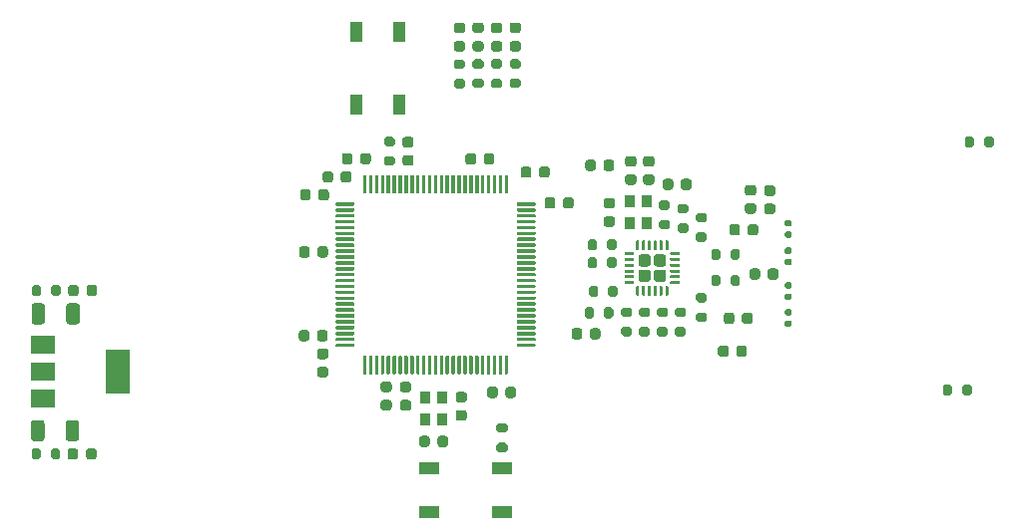
<source format=gbr>
%TF.GenerationSoftware,KiCad,Pcbnew,(5.1.7)-1*%
%TF.CreationDate,2021-09-05T16:50:27-04:00*%
%TF.ProjectId,future-controller,66757475-7265-42d6-936f-6e74726f6c6c,A*%
%TF.SameCoordinates,Original*%
%TF.FileFunction,Paste,Top*%
%TF.FilePolarity,Positive*%
%FSLAX46Y46*%
G04 Gerber Fmt 4.6, Leading zero omitted, Abs format (unit mm)*
G04 Created by KiCad (PCBNEW (5.1.7)-1) date 2021-09-05 16:50:27*
%MOMM*%
%LPD*%
G01*
G04 APERTURE LIST*
%ADD10R,0.950000X1.050000*%
%ADD11R,1.800000X1.100000*%
%ADD12R,2.000000X1.500000*%
%ADD13R,2.000000X3.800000*%
%ADD14R,1.100000X1.800000*%
G04 APERTURE END LIST*
D10*
%TO.C,Y2*%
X160909000Y-93323800D03*
X160909000Y-95173800D03*
X159459000Y-95173800D03*
X159459000Y-93323800D03*
%TD*%
%TO.C,Y1*%
X142150000Y-111846800D03*
X142150000Y-109996800D03*
X143600000Y-109996800D03*
X143600000Y-111846800D03*
%TD*%
%TO.C,C16*%
G36*
G01*
X172778600Y-98195800D02*
X173118600Y-98195800D01*
G75*
G02*
X173258600Y-98335800I0J-140000D01*
G01*
X173258600Y-98615800D01*
G75*
G02*
X173118600Y-98755800I-140000J0D01*
G01*
X172778600Y-98755800D01*
G75*
G02*
X172638600Y-98615800I0J140000D01*
G01*
X172638600Y-98335800D01*
G75*
G02*
X172778600Y-98195800I140000J0D01*
G01*
G37*
G36*
G01*
X172778600Y-97235800D02*
X173118600Y-97235800D01*
G75*
G02*
X173258600Y-97375800I0J-140000D01*
G01*
X173258600Y-97655800D01*
G75*
G02*
X173118600Y-97795800I-140000J0D01*
G01*
X172778600Y-97795800D01*
G75*
G02*
X172638600Y-97655800I0J140000D01*
G01*
X172638600Y-97375800D01*
G75*
G02*
X172778600Y-97235800I140000J0D01*
G01*
G37*
%TD*%
%TO.C,C15*%
G36*
G01*
X172778600Y-103423000D02*
X173118600Y-103423000D01*
G75*
G02*
X173258600Y-103563000I0J-140000D01*
G01*
X173258600Y-103843000D01*
G75*
G02*
X173118600Y-103983000I-140000J0D01*
G01*
X172778600Y-103983000D01*
G75*
G02*
X172638600Y-103843000I0J140000D01*
G01*
X172638600Y-103563000D01*
G75*
G02*
X172778600Y-103423000I140000J0D01*
G01*
G37*
G36*
G01*
X172778600Y-102463000D02*
X173118600Y-102463000D01*
G75*
G02*
X173258600Y-102603000I0J-140000D01*
G01*
X173258600Y-102883000D01*
G75*
G02*
X173118600Y-103023000I-140000J0D01*
G01*
X172778600Y-103023000D01*
G75*
G02*
X172638600Y-102883000I0J140000D01*
G01*
X172638600Y-102603000D01*
G75*
G02*
X172778600Y-102463000I140000J0D01*
G01*
G37*
%TD*%
%TO.C,C13*%
G36*
G01*
X173118600Y-95459000D02*
X172778600Y-95459000D01*
G75*
G02*
X172638600Y-95319000I0J140000D01*
G01*
X172638600Y-95039000D01*
G75*
G02*
X172778600Y-94899000I140000J0D01*
G01*
X173118600Y-94899000D01*
G75*
G02*
X173258600Y-95039000I0J-140000D01*
G01*
X173258600Y-95319000D01*
G75*
G02*
X173118600Y-95459000I-140000J0D01*
G01*
G37*
G36*
G01*
X173118600Y-96419000D02*
X172778600Y-96419000D01*
G75*
G02*
X172638600Y-96279000I0J140000D01*
G01*
X172638600Y-95999000D01*
G75*
G02*
X172778600Y-95859000I140000J0D01*
G01*
X173118600Y-95859000D01*
G75*
G02*
X173258600Y-95999000I0J-140000D01*
G01*
X173258600Y-96279000D01*
G75*
G02*
X173118600Y-96419000I-140000J0D01*
G01*
G37*
%TD*%
%TO.C,C12*%
G36*
G01*
X173118600Y-101697000D02*
X172778600Y-101697000D01*
G75*
G02*
X172638600Y-101557000I0J140000D01*
G01*
X172638600Y-101277000D01*
G75*
G02*
X172778600Y-101137000I140000J0D01*
G01*
X173118600Y-101137000D01*
G75*
G02*
X173258600Y-101277000I0J-140000D01*
G01*
X173258600Y-101557000D01*
G75*
G02*
X173118600Y-101697000I-140000J0D01*
G01*
G37*
G36*
G01*
X173118600Y-100737000D02*
X172778600Y-100737000D01*
G75*
G02*
X172638600Y-100597000I0J140000D01*
G01*
X172638600Y-100317000D01*
G75*
G02*
X172778600Y-100177000I140000J0D01*
G01*
X173118600Y-100177000D01*
G75*
G02*
X173258600Y-100317000I0J-140000D01*
G01*
X173258600Y-100597000D01*
G75*
G02*
X173118600Y-100737000I-140000J0D01*
G01*
G37*
%TD*%
D11*
%TO.C,RESET*%
X148668600Y-116001800D03*
X142468600Y-116001800D03*
X142468600Y-119701800D03*
X148668600Y-119701800D03*
%TD*%
%TO.C,C32*%
G36*
G01*
X157509400Y-94584400D02*
X158009400Y-94584400D01*
G75*
G02*
X158234400Y-94809400I0J-225000D01*
G01*
X158234400Y-95259400D01*
G75*
G02*
X158009400Y-95484400I-225000J0D01*
G01*
X157509400Y-95484400D01*
G75*
G02*
X157284400Y-95259400I0J225000D01*
G01*
X157284400Y-94809400D01*
G75*
G02*
X157509400Y-94584400I225000J0D01*
G01*
G37*
G36*
G01*
X157509400Y-93034400D02*
X158009400Y-93034400D01*
G75*
G02*
X158234400Y-93259400I0J-225000D01*
G01*
X158234400Y-93709400D01*
G75*
G02*
X158009400Y-93934400I-225000J0D01*
G01*
X157509400Y-93934400D01*
G75*
G02*
X157284400Y-93709400I0J225000D01*
G01*
X157284400Y-93259400D01*
G75*
G02*
X157509400Y-93034400I225000J0D01*
G01*
G37*
%TD*%
D12*
%TO.C,U1*%
X109727600Y-105497600D03*
X109727600Y-110097600D03*
X109727600Y-107797600D03*
D13*
X116027600Y-107797600D03*
%TD*%
%TO.C,U3*%
G36*
G01*
X162591800Y-96633800D02*
X162716800Y-96633800D01*
G75*
G02*
X162779300Y-96696300I0J-62500D01*
G01*
X162779300Y-97396300D01*
G75*
G02*
X162716800Y-97458800I-62500J0D01*
G01*
X162591800Y-97458800D01*
G75*
G02*
X162529300Y-97396300I0J62500D01*
G01*
X162529300Y-96696300D01*
G75*
G02*
X162591800Y-96633800I62500J0D01*
G01*
G37*
G36*
G01*
X162091800Y-96633800D02*
X162216800Y-96633800D01*
G75*
G02*
X162279300Y-96696300I0J-62500D01*
G01*
X162279300Y-97396300D01*
G75*
G02*
X162216800Y-97458800I-62500J0D01*
G01*
X162091800Y-97458800D01*
G75*
G02*
X162029300Y-97396300I0J62500D01*
G01*
X162029300Y-96696300D01*
G75*
G02*
X162091800Y-96633800I62500J0D01*
G01*
G37*
G36*
G01*
X161591800Y-96633800D02*
X161716800Y-96633800D01*
G75*
G02*
X161779300Y-96696300I0J-62500D01*
G01*
X161779300Y-97396300D01*
G75*
G02*
X161716800Y-97458800I-62500J0D01*
G01*
X161591800Y-97458800D01*
G75*
G02*
X161529300Y-97396300I0J62500D01*
G01*
X161529300Y-96696300D01*
G75*
G02*
X161591800Y-96633800I62500J0D01*
G01*
G37*
G36*
G01*
X161091800Y-96633800D02*
X161216800Y-96633800D01*
G75*
G02*
X161279300Y-96696300I0J-62500D01*
G01*
X161279300Y-97396300D01*
G75*
G02*
X161216800Y-97458800I-62500J0D01*
G01*
X161091800Y-97458800D01*
G75*
G02*
X161029300Y-97396300I0J62500D01*
G01*
X161029300Y-96696300D01*
G75*
G02*
X161091800Y-96633800I62500J0D01*
G01*
G37*
G36*
G01*
X160591800Y-96633800D02*
X160716800Y-96633800D01*
G75*
G02*
X160779300Y-96696300I0J-62500D01*
G01*
X160779300Y-97396300D01*
G75*
G02*
X160716800Y-97458800I-62500J0D01*
G01*
X160591800Y-97458800D01*
G75*
G02*
X160529300Y-97396300I0J62500D01*
G01*
X160529300Y-96696300D01*
G75*
G02*
X160591800Y-96633800I62500J0D01*
G01*
G37*
G36*
G01*
X160091800Y-96633800D02*
X160216800Y-96633800D01*
G75*
G02*
X160279300Y-96696300I0J-62500D01*
G01*
X160279300Y-97396300D01*
G75*
G02*
X160216800Y-97458800I-62500J0D01*
G01*
X160091800Y-97458800D01*
G75*
G02*
X160029300Y-97396300I0J62500D01*
G01*
X160029300Y-96696300D01*
G75*
G02*
X160091800Y-96633800I62500J0D01*
G01*
G37*
G36*
G01*
X159116800Y-97608800D02*
X159816800Y-97608800D01*
G75*
G02*
X159879300Y-97671300I0J-62500D01*
G01*
X159879300Y-97796300D01*
G75*
G02*
X159816800Y-97858800I-62500J0D01*
G01*
X159116800Y-97858800D01*
G75*
G02*
X159054300Y-97796300I0J62500D01*
G01*
X159054300Y-97671300D01*
G75*
G02*
X159116800Y-97608800I62500J0D01*
G01*
G37*
G36*
G01*
X159116800Y-98108800D02*
X159816800Y-98108800D01*
G75*
G02*
X159879300Y-98171300I0J-62500D01*
G01*
X159879300Y-98296300D01*
G75*
G02*
X159816800Y-98358800I-62500J0D01*
G01*
X159116800Y-98358800D01*
G75*
G02*
X159054300Y-98296300I0J62500D01*
G01*
X159054300Y-98171300D01*
G75*
G02*
X159116800Y-98108800I62500J0D01*
G01*
G37*
G36*
G01*
X159116800Y-98608800D02*
X159816800Y-98608800D01*
G75*
G02*
X159879300Y-98671300I0J-62500D01*
G01*
X159879300Y-98796300D01*
G75*
G02*
X159816800Y-98858800I-62500J0D01*
G01*
X159116800Y-98858800D01*
G75*
G02*
X159054300Y-98796300I0J62500D01*
G01*
X159054300Y-98671300D01*
G75*
G02*
X159116800Y-98608800I62500J0D01*
G01*
G37*
G36*
G01*
X159116800Y-99108800D02*
X159816800Y-99108800D01*
G75*
G02*
X159879300Y-99171300I0J-62500D01*
G01*
X159879300Y-99296300D01*
G75*
G02*
X159816800Y-99358800I-62500J0D01*
G01*
X159116800Y-99358800D01*
G75*
G02*
X159054300Y-99296300I0J62500D01*
G01*
X159054300Y-99171300D01*
G75*
G02*
X159116800Y-99108800I62500J0D01*
G01*
G37*
G36*
G01*
X159116800Y-99608800D02*
X159816800Y-99608800D01*
G75*
G02*
X159879300Y-99671300I0J-62500D01*
G01*
X159879300Y-99796300D01*
G75*
G02*
X159816800Y-99858800I-62500J0D01*
G01*
X159116800Y-99858800D01*
G75*
G02*
X159054300Y-99796300I0J62500D01*
G01*
X159054300Y-99671300D01*
G75*
G02*
X159116800Y-99608800I62500J0D01*
G01*
G37*
G36*
G01*
X159116800Y-100108800D02*
X159816800Y-100108800D01*
G75*
G02*
X159879300Y-100171300I0J-62500D01*
G01*
X159879300Y-100296300D01*
G75*
G02*
X159816800Y-100358800I-62500J0D01*
G01*
X159116800Y-100358800D01*
G75*
G02*
X159054300Y-100296300I0J62500D01*
G01*
X159054300Y-100171300D01*
G75*
G02*
X159116800Y-100108800I62500J0D01*
G01*
G37*
G36*
G01*
X160091800Y-100508800D02*
X160216800Y-100508800D01*
G75*
G02*
X160279300Y-100571300I0J-62500D01*
G01*
X160279300Y-101271300D01*
G75*
G02*
X160216800Y-101333800I-62500J0D01*
G01*
X160091800Y-101333800D01*
G75*
G02*
X160029300Y-101271300I0J62500D01*
G01*
X160029300Y-100571300D01*
G75*
G02*
X160091800Y-100508800I62500J0D01*
G01*
G37*
G36*
G01*
X160591800Y-100508800D02*
X160716800Y-100508800D01*
G75*
G02*
X160779300Y-100571300I0J-62500D01*
G01*
X160779300Y-101271300D01*
G75*
G02*
X160716800Y-101333800I-62500J0D01*
G01*
X160591800Y-101333800D01*
G75*
G02*
X160529300Y-101271300I0J62500D01*
G01*
X160529300Y-100571300D01*
G75*
G02*
X160591800Y-100508800I62500J0D01*
G01*
G37*
G36*
G01*
X161091800Y-100508800D02*
X161216800Y-100508800D01*
G75*
G02*
X161279300Y-100571300I0J-62500D01*
G01*
X161279300Y-101271300D01*
G75*
G02*
X161216800Y-101333800I-62500J0D01*
G01*
X161091800Y-101333800D01*
G75*
G02*
X161029300Y-101271300I0J62500D01*
G01*
X161029300Y-100571300D01*
G75*
G02*
X161091800Y-100508800I62500J0D01*
G01*
G37*
G36*
G01*
X161591800Y-100508800D02*
X161716800Y-100508800D01*
G75*
G02*
X161779300Y-100571300I0J-62500D01*
G01*
X161779300Y-101271300D01*
G75*
G02*
X161716800Y-101333800I-62500J0D01*
G01*
X161591800Y-101333800D01*
G75*
G02*
X161529300Y-101271300I0J62500D01*
G01*
X161529300Y-100571300D01*
G75*
G02*
X161591800Y-100508800I62500J0D01*
G01*
G37*
G36*
G01*
X162091800Y-100508800D02*
X162216800Y-100508800D01*
G75*
G02*
X162279300Y-100571300I0J-62500D01*
G01*
X162279300Y-101271300D01*
G75*
G02*
X162216800Y-101333800I-62500J0D01*
G01*
X162091800Y-101333800D01*
G75*
G02*
X162029300Y-101271300I0J62500D01*
G01*
X162029300Y-100571300D01*
G75*
G02*
X162091800Y-100508800I62500J0D01*
G01*
G37*
G36*
G01*
X162591800Y-100508800D02*
X162716800Y-100508800D01*
G75*
G02*
X162779300Y-100571300I0J-62500D01*
G01*
X162779300Y-101271300D01*
G75*
G02*
X162716800Y-101333800I-62500J0D01*
G01*
X162591800Y-101333800D01*
G75*
G02*
X162529300Y-101271300I0J62500D01*
G01*
X162529300Y-100571300D01*
G75*
G02*
X162591800Y-100508800I62500J0D01*
G01*
G37*
G36*
G01*
X162991800Y-100108800D02*
X163691800Y-100108800D01*
G75*
G02*
X163754300Y-100171300I0J-62500D01*
G01*
X163754300Y-100296300D01*
G75*
G02*
X163691800Y-100358800I-62500J0D01*
G01*
X162991800Y-100358800D01*
G75*
G02*
X162929300Y-100296300I0J62500D01*
G01*
X162929300Y-100171300D01*
G75*
G02*
X162991800Y-100108800I62500J0D01*
G01*
G37*
G36*
G01*
X162991800Y-99608800D02*
X163691800Y-99608800D01*
G75*
G02*
X163754300Y-99671300I0J-62500D01*
G01*
X163754300Y-99796300D01*
G75*
G02*
X163691800Y-99858800I-62500J0D01*
G01*
X162991800Y-99858800D01*
G75*
G02*
X162929300Y-99796300I0J62500D01*
G01*
X162929300Y-99671300D01*
G75*
G02*
X162991800Y-99608800I62500J0D01*
G01*
G37*
G36*
G01*
X162991800Y-99108800D02*
X163691800Y-99108800D01*
G75*
G02*
X163754300Y-99171300I0J-62500D01*
G01*
X163754300Y-99296300D01*
G75*
G02*
X163691800Y-99358800I-62500J0D01*
G01*
X162991800Y-99358800D01*
G75*
G02*
X162929300Y-99296300I0J62500D01*
G01*
X162929300Y-99171300D01*
G75*
G02*
X162991800Y-99108800I62500J0D01*
G01*
G37*
G36*
G01*
X162991800Y-98608800D02*
X163691800Y-98608800D01*
G75*
G02*
X163754300Y-98671300I0J-62500D01*
G01*
X163754300Y-98796300D01*
G75*
G02*
X163691800Y-98858800I-62500J0D01*
G01*
X162991800Y-98858800D01*
G75*
G02*
X162929300Y-98796300I0J62500D01*
G01*
X162929300Y-98671300D01*
G75*
G02*
X162991800Y-98608800I62500J0D01*
G01*
G37*
G36*
G01*
X162991800Y-98108800D02*
X163691800Y-98108800D01*
G75*
G02*
X163754300Y-98171300I0J-62500D01*
G01*
X163754300Y-98296300D01*
G75*
G02*
X163691800Y-98358800I-62500J0D01*
G01*
X162991800Y-98358800D01*
G75*
G02*
X162929300Y-98296300I0J62500D01*
G01*
X162929300Y-98171300D01*
G75*
G02*
X162991800Y-98108800I62500J0D01*
G01*
G37*
G36*
G01*
X162991800Y-97608800D02*
X163691800Y-97608800D01*
G75*
G02*
X163754300Y-97671300I0J-62500D01*
G01*
X163754300Y-97796300D01*
G75*
G02*
X163691800Y-97858800I-62500J0D01*
G01*
X162991800Y-97858800D01*
G75*
G02*
X162929300Y-97796300I0J62500D01*
G01*
X162929300Y-97671300D01*
G75*
G02*
X162991800Y-97608800I62500J0D01*
G01*
G37*
G36*
G01*
X161779299Y-97808800D02*
X162329301Y-97808800D01*
G75*
G02*
X162579300Y-98058799I0J-249999D01*
G01*
X162579300Y-98608801D01*
G75*
G02*
X162329301Y-98858800I-249999J0D01*
G01*
X161779299Y-98858800D01*
G75*
G02*
X161529300Y-98608801I0J249999D01*
G01*
X161529300Y-98058799D01*
G75*
G02*
X161779299Y-97808800I249999J0D01*
G01*
G37*
G36*
G01*
X160479299Y-97808800D02*
X161029301Y-97808800D01*
G75*
G02*
X161279300Y-98058799I0J-249999D01*
G01*
X161279300Y-98608801D01*
G75*
G02*
X161029301Y-98858800I-249999J0D01*
G01*
X160479299Y-98858800D01*
G75*
G02*
X160229300Y-98608801I0J249999D01*
G01*
X160229300Y-98058799D01*
G75*
G02*
X160479299Y-97808800I249999J0D01*
G01*
G37*
G36*
G01*
X161779299Y-99108800D02*
X162329301Y-99108800D01*
G75*
G02*
X162579300Y-99358799I0J-249999D01*
G01*
X162579300Y-99908801D01*
G75*
G02*
X162329301Y-100158800I-249999J0D01*
G01*
X161779299Y-100158800D01*
G75*
G02*
X161529300Y-99908801I0J249999D01*
G01*
X161529300Y-99358799D01*
G75*
G02*
X161779299Y-99108800I249999J0D01*
G01*
G37*
G36*
G01*
X160479299Y-99108800D02*
X161029301Y-99108800D01*
G75*
G02*
X161279300Y-99358799I0J-249999D01*
G01*
X161279300Y-99908801D01*
G75*
G02*
X161029301Y-100158800I-249999J0D01*
G01*
X160479299Y-100158800D01*
G75*
G02*
X160229300Y-99908801I0J249999D01*
G01*
X160229300Y-99358799D01*
G75*
G02*
X160479299Y-99108800I249999J0D01*
G01*
G37*
%TD*%
%TO.C,U2*%
G36*
G01*
X137102400Y-108017600D02*
X136952400Y-108017600D01*
G75*
G02*
X136877400Y-107942600I0J75000D01*
G01*
X136877400Y-106492600D01*
G75*
G02*
X136952400Y-106417600I75000J0D01*
G01*
X137102400Y-106417600D01*
G75*
G02*
X137177400Y-106492600I0J-75000D01*
G01*
X137177400Y-107942600D01*
G75*
G02*
X137102400Y-108017600I-75000J0D01*
G01*
G37*
G36*
G01*
X137602400Y-108017600D02*
X137452400Y-108017600D01*
G75*
G02*
X137377400Y-107942600I0J75000D01*
G01*
X137377400Y-106492600D01*
G75*
G02*
X137452400Y-106417600I75000J0D01*
G01*
X137602400Y-106417600D01*
G75*
G02*
X137677400Y-106492600I0J-75000D01*
G01*
X137677400Y-107942600D01*
G75*
G02*
X137602400Y-108017600I-75000J0D01*
G01*
G37*
G36*
G01*
X138102400Y-108017600D02*
X137952400Y-108017600D01*
G75*
G02*
X137877400Y-107942600I0J75000D01*
G01*
X137877400Y-106492600D01*
G75*
G02*
X137952400Y-106417600I75000J0D01*
G01*
X138102400Y-106417600D01*
G75*
G02*
X138177400Y-106492600I0J-75000D01*
G01*
X138177400Y-107942600D01*
G75*
G02*
X138102400Y-108017600I-75000J0D01*
G01*
G37*
G36*
G01*
X138602400Y-108017600D02*
X138452400Y-108017600D01*
G75*
G02*
X138377400Y-107942600I0J75000D01*
G01*
X138377400Y-106492600D01*
G75*
G02*
X138452400Y-106417600I75000J0D01*
G01*
X138602400Y-106417600D01*
G75*
G02*
X138677400Y-106492600I0J-75000D01*
G01*
X138677400Y-107942600D01*
G75*
G02*
X138602400Y-108017600I-75000J0D01*
G01*
G37*
G36*
G01*
X139102400Y-108017600D02*
X138952400Y-108017600D01*
G75*
G02*
X138877400Y-107942600I0J75000D01*
G01*
X138877400Y-106492600D01*
G75*
G02*
X138952400Y-106417600I75000J0D01*
G01*
X139102400Y-106417600D01*
G75*
G02*
X139177400Y-106492600I0J-75000D01*
G01*
X139177400Y-107942600D01*
G75*
G02*
X139102400Y-108017600I-75000J0D01*
G01*
G37*
G36*
G01*
X139602400Y-108017600D02*
X139452400Y-108017600D01*
G75*
G02*
X139377400Y-107942600I0J75000D01*
G01*
X139377400Y-106492600D01*
G75*
G02*
X139452400Y-106417600I75000J0D01*
G01*
X139602400Y-106417600D01*
G75*
G02*
X139677400Y-106492600I0J-75000D01*
G01*
X139677400Y-107942600D01*
G75*
G02*
X139602400Y-108017600I-75000J0D01*
G01*
G37*
G36*
G01*
X140102400Y-108017600D02*
X139952400Y-108017600D01*
G75*
G02*
X139877400Y-107942600I0J75000D01*
G01*
X139877400Y-106492600D01*
G75*
G02*
X139952400Y-106417600I75000J0D01*
G01*
X140102400Y-106417600D01*
G75*
G02*
X140177400Y-106492600I0J-75000D01*
G01*
X140177400Y-107942600D01*
G75*
G02*
X140102400Y-108017600I-75000J0D01*
G01*
G37*
G36*
G01*
X140602400Y-108017600D02*
X140452400Y-108017600D01*
G75*
G02*
X140377400Y-107942600I0J75000D01*
G01*
X140377400Y-106492600D01*
G75*
G02*
X140452400Y-106417600I75000J0D01*
G01*
X140602400Y-106417600D01*
G75*
G02*
X140677400Y-106492600I0J-75000D01*
G01*
X140677400Y-107942600D01*
G75*
G02*
X140602400Y-108017600I-75000J0D01*
G01*
G37*
G36*
G01*
X141102400Y-108017600D02*
X140952400Y-108017600D01*
G75*
G02*
X140877400Y-107942600I0J75000D01*
G01*
X140877400Y-106492600D01*
G75*
G02*
X140952400Y-106417600I75000J0D01*
G01*
X141102400Y-106417600D01*
G75*
G02*
X141177400Y-106492600I0J-75000D01*
G01*
X141177400Y-107942600D01*
G75*
G02*
X141102400Y-108017600I-75000J0D01*
G01*
G37*
G36*
G01*
X141602400Y-108017600D02*
X141452400Y-108017600D01*
G75*
G02*
X141377400Y-107942600I0J75000D01*
G01*
X141377400Y-106492600D01*
G75*
G02*
X141452400Y-106417600I75000J0D01*
G01*
X141602400Y-106417600D01*
G75*
G02*
X141677400Y-106492600I0J-75000D01*
G01*
X141677400Y-107942600D01*
G75*
G02*
X141602400Y-108017600I-75000J0D01*
G01*
G37*
G36*
G01*
X142102400Y-108017600D02*
X141952400Y-108017600D01*
G75*
G02*
X141877400Y-107942600I0J75000D01*
G01*
X141877400Y-106492600D01*
G75*
G02*
X141952400Y-106417600I75000J0D01*
G01*
X142102400Y-106417600D01*
G75*
G02*
X142177400Y-106492600I0J-75000D01*
G01*
X142177400Y-107942600D01*
G75*
G02*
X142102400Y-108017600I-75000J0D01*
G01*
G37*
G36*
G01*
X142602400Y-108017600D02*
X142452400Y-108017600D01*
G75*
G02*
X142377400Y-107942600I0J75000D01*
G01*
X142377400Y-106492600D01*
G75*
G02*
X142452400Y-106417600I75000J0D01*
G01*
X142602400Y-106417600D01*
G75*
G02*
X142677400Y-106492600I0J-75000D01*
G01*
X142677400Y-107942600D01*
G75*
G02*
X142602400Y-108017600I-75000J0D01*
G01*
G37*
G36*
G01*
X143102400Y-108017600D02*
X142952400Y-108017600D01*
G75*
G02*
X142877400Y-107942600I0J75000D01*
G01*
X142877400Y-106492600D01*
G75*
G02*
X142952400Y-106417600I75000J0D01*
G01*
X143102400Y-106417600D01*
G75*
G02*
X143177400Y-106492600I0J-75000D01*
G01*
X143177400Y-107942600D01*
G75*
G02*
X143102400Y-108017600I-75000J0D01*
G01*
G37*
G36*
G01*
X143602400Y-108017600D02*
X143452400Y-108017600D01*
G75*
G02*
X143377400Y-107942600I0J75000D01*
G01*
X143377400Y-106492600D01*
G75*
G02*
X143452400Y-106417600I75000J0D01*
G01*
X143602400Y-106417600D01*
G75*
G02*
X143677400Y-106492600I0J-75000D01*
G01*
X143677400Y-107942600D01*
G75*
G02*
X143602400Y-108017600I-75000J0D01*
G01*
G37*
G36*
G01*
X144102400Y-108017600D02*
X143952400Y-108017600D01*
G75*
G02*
X143877400Y-107942600I0J75000D01*
G01*
X143877400Y-106492600D01*
G75*
G02*
X143952400Y-106417600I75000J0D01*
G01*
X144102400Y-106417600D01*
G75*
G02*
X144177400Y-106492600I0J-75000D01*
G01*
X144177400Y-107942600D01*
G75*
G02*
X144102400Y-108017600I-75000J0D01*
G01*
G37*
G36*
G01*
X144602400Y-108017600D02*
X144452400Y-108017600D01*
G75*
G02*
X144377400Y-107942600I0J75000D01*
G01*
X144377400Y-106492600D01*
G75*
G02*
X144452400Y-106417600I75000J0D01*
G01*
X144602400Y-106417600D01*
G75*
G02*
X144677400Y-106492600I0J-75000D01*
G01*
X144677400Y-107942600D01*
G75*
G02*
X144602400Y-108017600I-75000J0D01*
G01*
G37*
G36*
G01*
X145102400Y-108017600D02*
X144952400Y-108017600D01*
G75*
G02*
X144877400Y-107942600I0J75000D01*
G01*
X144877400Y-106492600D01*
G75*
G02*
X144952400Y-106417600I75000J0D01*
G01*
X145102400Y-106417600D01*
G75*
G02*
X145177400Y-106492600I0J-75000D01*
G01*
X145177400Y-107942600D01*
G75*
G02*
X145102400Y-108017600I-75000J0D01*
G01*
G37*
G36*
G01*
X145602400Y-108017600D02*
X145452400Y-108017600D01*
G75*
G02*
X145377400Y-107942600I0J75000D01*
G01*
X145377400Y-106492600D01*
G75*
G02*
X145452400Y-106417600I75000J0D01*
G01*
X145602400Y-106417600D01*
G75*
G02*
X145677400Y-106492600I0J-75000D01*
G01*
X145677400Y-107942600D01*
G75*
G02*
X145602400Y-108017600I-75000J0D01*
G01*
G37*
G36*
G01*
X146102400Y-108017600D02*
X145952400Y-108017600D01*
G75*
G02*
X145877400Y-107942600I0J75000D01*
G01*
X145877400Y-106492600D01*
G75*
G02*
X145952400Y-106417600I75000J0D01*
G01*
X146102400Y-106417600D01*
G75*
G02*
X146177400Y-106492600I0J-75000D01*
G01*
X146177400Y-107942600D01*
G75*
G02*
X146102400Y-108017600I-75000J0D01*
G01*
G37*
G36*
G01*
X146602400Y-108017600D02*
X146452400Y-108017600D01*
G75*
G02*
X146377400Y-107942600I0J75000D01*
G01*
X146377400Y-106492600D01*
G75*
G02*
X146452400Y-106417600I75000J0D01*
G01*
X146602400Y-106417600D01*
G75*
G02*
X146677400Y-106492600I0J-75000D01*
G01*
X146677400Y-107942600D01*
G75*
G02*
X146602400Y-108017600I-75000J0D01*
G01*
G37*
G36*
G01*
X147102400Y-108017600D02*
X146952400Y-108017600D01*
G75*
G02*
X146877400Y-107942600I0J75000D01*
G01*
X146877400Y-106492600D01*
G75*
G02*
X146952400Y-106417600I75000J0D01*
G01*
X147102400Y-106417600D01*
G75*
G02*
X147177400Y-106492600I0J-75000D01*
G01*
X147177400Y-107942600D01*
G75*
G02*
X147102400Y-108017600I-75000J0D01*
G01*
G37*
G36*
G01*
X147602400Y-108017600D02*
X147452400Y-108017600D01*
G75*
G02*
X147377400Y-107942600I0J75000D01*
G01*
X147377400Y-106492600D01*
G75*
G02*
X147452400Y-106417600I75000J0D01*
G01*
X147602400Y-106417600D01*
G75*
G02*
X147677400Y-106492600I0J-75000D01*
G01*
X147677400Y-107942600D01*
G75*
G02*
X147602400Y-108017600I-75000J0D01*
G01*
G37*
G36*
G01*
X148102400Y-108017600D02*
X147952400Y-108017600D01*
G75*
G02*
X147877400Y-107942600I0J75000D01*
G01*
X147877400Y-106492600D01*
G75*
G02*
X147952400Y-106417600I75000J0D01*
G01*
X148102400Y-106417600D01*
G75*
G02*
X148177400Y-106492600I0J-75000D01*
G01*
X148177400Y-107942600D01*
G75*
G02*
X148102400Y-108017600I-75000J0D01*
G01*
G37*
G36*
G01*
X148602400Y-108017600D02*
X148452400Y-108017600D01*
G75*
G02*
X148377400Y-107942600I0J75000D01*
G01*
X148377400Y-106492600D01*
G75*
G02*
X148452400Y-106417600I75000J0D01*
G01*
X148602400Y-106417600D01*
G75*
G02*
X148677400Y-106492600I0J-75000D01*
G01*
X148677400Y-107942600D01*
G75*
G02*
X148602400Y-108017600I-75000J0D01*
G01*
G37*
G36*
G01*
X149102400Y-108017600D02*
X148952400Y-108017600D01*
G75*
G02*
X148877400Y-107942600I0J75000D01*
G01*
X148877400Y-106492600D01*
G75*
G02*
X148952400Y-106417600I75000J0D01*
G01*
X149102400Y-106417600D01*
G75*
G02*
X149177400Y-106492600I0J-75000D01*
G01*
X149177400Y-107942600D01*
G75*
G02*
X149102400Y-108017600I-75000J0D01*
G01*
G37*
G36*
G01*
X151427400Y-105692600D02*
X149977400Y-105692600D01*
G75*
G02*
X149902400Y-105617600I0J75000D01*
G01*
X149902400Y-105467600D01*
G75*
G02*
X149977400Y-105392600I75000J0D01*
G01*
X151427400Y-105392600D01*
G75*
G02*
X151502400Y-105467600I0J-75000D01*
G01*
X151502400Y-105617600D01*
G75*
G02*
X151427400Y-105692600I-75000J0D01*
G01*
G37*
G36*
G01*
X151427400Y-105192600D02*
X149977400Y-105192600D01*
G75*
G02*
X149902400Y-105117600I0J75000D01*
G01*
X149902400Y-104967600D01*
G75*
G02*
X149977400Y-104892600I75000J0D01*
G01*
X151427400Y-104892600D01*
G75*
G02*
X151502400Y-104967600I0J-75000D01*
G01*
X151502400Y-105117600D01*
G75*
G02*
X151427400Y-105192600I-75000J0D01*
G01*
G37*
G36*
G01*
X151427400Y-104692600D02*
X149977400Y-104692600D01*
G75*
G02*
X149902400Y-104617600I0J75000D01*
G01*
X149902400Y-104467600D01*
G75*
G02*
X149977400Y-104392600I75000J0D01*
G01*
X151427400Y-104392600D01*
G75*
G02*
X151502400Y-104467600I0J-75000D01*
G01*
X151502400Y-104617600D01*
G75*
G02*
X151427400Y-104692600I-75000J0D01*
G01*
G37*
G36*
G01*
X151427400Y-104192600D02*
X149977400Y-104192600D01*
G75*
G02*
X149902400Y-104117600I0J75000D01*
G01*
X149902400Y-103967600D01*
G75*
G02*
X149977400Y-103892600I75000J0D01*
G01*
X151427400Y-103892600D01*
G75*
G02*
X151502400Y-103967600I0J-75000D01*
G01*
X151502400Y-104117600D01*
G75*
G02*
X151427400Y-104192600I-75000J0D01*
G01*
G37*
G36*
G01*
X151427400Y-103692600D02*
X149977400Y-103692600D01*
G75*
G02*
X149902400Y-103617600I0J75000D01*
G01*
X149902400Y-103467600D01*
G75*
G02*
X149977400Y-103392600I75000J0D01*
G01*
X151427400Y-103392600D01*
G75*
G02*
X151502400Y-103467600I0J-75000D01*
G01*
X151502400Y-103617600D01*
G75*
G02*
X151427400Y-103692600I-75000J0D01*
G01*
G37*
G36*
G01*
X151427400Y-103192600D02*
X149977400Y-103192600D01*
G75*
G02*
X149902400Y-103117600I0J75000D01*
G01*
X149902400Y-102967600D01*
G75*
G02*
X149977400Y-102892600I75000J0D01*
G01*
X151427400Y-102892600D01*
G75*
G02*
X151502400Y-102967600I0J-75000D01*
G01*
X151502400Y-103117600D01*
G75*
G02*
X151427400Y-103192600I-75000J0D01*
G01*
G37*
G36*
G01*
X151427400Y-102692600D02*
X149977400Y-102692600D01*
G75*
G02*
X149902400Y-102617600I0J75000D01*
G01*
X149902400Y-102467600D01*
G75*
G02*
X149977400Y-102392600I75000J0D01*
G01*
X151427400Y-102392600D01*
G75*
G02*
X151502400Y-102467600I0J-75000D01*
G01*
X151502400Y-102617600D01*
G75*
G02*
X151427400Y-102692600I-75000J0D01*
G01*
G37*
G36*
G01*
X151427400Y-102192600D02*
X149977400Y-102192600D01*
G75*
G02*
X149902400Y-102117600I0J75000D01*
G01*
X149902400Y-101967600D01*
G75*
G02*
X149977400Y-101892600I75000J0D01*
G01*
X151427400Y-101892600D01*
G75*
G02*
X151502400Y-101967600I0J-75000D01*
G01*
X151502400Y-102117600D01*
G75*
G02*
X151427400Y-102192600I-75000J0D01*
G01*
G37*
G36*
G01*
X151427400Y-101692600D02*
X149977400Y-101692600D01*
G75*
G02*
X149902400Y-101617600I0J75000D01*
G01*
X149902400Y-101467600D01*
G75*
G02*
X149977400Y-101392600I75000J0D01*
G01*
X151427400Y-101392600D01*
G75*
G02*
X151502400Y-101467600I0J-75000D01*
G01*
X151502400Y-101617600D01*
G75*
G02*
X151427400Y-101692600I-75000J0D01*
G01*
G37*
G36*
G01*
X151427400Y-101192600D02*
X149977400Y-101192600D01*
G75*
G02*
X149902400Y-101117600I0J75000D01*
G01*
X149902400Y-100967600D01*
G75*
G02*
X149977400Y-100892600I75000J0D01*
G01*
X151427400Y-100892600D01*
G75*
G02*
X151502400Y-100967600I0J-75000D01*
G01*
X151502400Y-101117600D01*
G75*
G02*
X151427400Y-101192600I-75000J0D01*
G01*
G37*
G36*
G01*
X151427400Y-100692600D02*
X149977400Y-100692600D01*
G75*
G02*
X149902400Y-100617600I0J75000D01*
G01*
X149902400Y-100467600D01*
G75*
G02*
X149977400Y-100392600I75000J0D01*
G01*
X151427400Y-100392600D01*
G75*
G02*
X151502400Y-100467600I0J-75000D01*
G01*
X151502400Y-100617600D01*
G75*
G02*
X151427400Y-100692600I-75000J0D01*
G01*
G37*
G36*
G01*
X151427400Y-100192600D02*
X149977400Y-100192600D01*
G75*
G02*
X149902400Y-100117600I0J75000D01*
G01*
X149902400Y-99967600D01*
G75*
G02*
X149977400Y-99892600I75000J0D01*
G01*
X151427400Y-99892600D01*
G75*
G02*
X151502400Y-99967600I0J-75000D01*
G01*
X151502400Y-100117600D01*
G75*
G02*
X151427400Y-100192600I-75000J0D01*
G01*
G37*
G36*
G01*
X151427400Y-99692600D02*
X149977400Y-99692600D01*
G75*
G02*
X149902400Y-99617600I0J75000D01*
G01*
X149902400Y-99467600D01*
G75*
G02*
X149977400Y-99392600I75000J0D01*
G01*
X151427400Y-99392600D01*
G75*
G02*
X151502400Y-99467600I0J-75000D01*
G01*
X151502400Y-99617600D01*
G75*
G02*
X151427400Y-99692600I-75000J0D01*
G01*
G37*
G36*
G01*
X151427400Y-99192600D02*
X149977400Y-99192600D01*
G75*
G02*
X149902400Y-99117600I0J75000D01*
G01*
X149902400Y-98967600D01*
G75*
G02*
X149977400Y-98892600I75000J0D01*
G01*
X151427400Y-98892600D01*
G75*
G02*
X151502400Y-98967600I0J-75000D01*
G01*
X151502400Y-99117600D01*
G75*
G02*
X151427400Y-99192600I-75000J0D01*
G01*
G37*
G36*
G01*
X151427400Y-98692600D02*
X149977400Y-98692600D01*
G75*
G02*
X149902400Y-98617600I0J75000D01*
G01*
X149902400Y-98467600D01*
G75*
G02*
X149977400Y-98392600I75000J0D01*
G01*
X151427400Y-98392600D01*
G75*
G02*
X151502400Y-98467600I0J-75000D01*
G01*
X151502400Y-98617600D01*
G75*
G02*
X151427400Y-98692600I-75000J0D01*
G01*
G37*
G36*
G01*
X151427400Y-98192600D02*
X149977400Y-98192600D01*
G75*
G02*
X149902400Y-98117600I0J75000D01*
G01*
X149902400Y-97967600D01*
G75*
G02*
X149977400Y-97892600I75000J0D01*
G01*
X151427400Y-97892600D01*
G75*
G02*
X151502400Y-97967600I0J-75000D01*
G01*
X151502400Y-98117600D01*
G75*
G02*
X151427400Y-98192600I-75000J0D01*
G01*
G37*
G36*
G01*
X151427400Y-97692600D02*
X149977400Y-97692600D01*
G75*
G02*
X149902400Y-97617600I0J75000D01*
G01*
X149902400Y-97467600D01*
G75*
G02*
X149977400Y-97392600I75000J0D01*
G01*
X151427400Y-97392600D01*
G75*
G02*
X151502400Y-97467600I0J-75000D01*
G01*
X151502400Y-97617600D01*
G75*
G02*
X151427400Y-97692600I-75000J0D01*
G01*
G37*
G36*
G01*
X151427400Y-97192600D02*
X149977400Y-97192600D01*
G75*
G02*
X149902400Y-97117600I0J75000D01*
G01*
X149902400Y-96967600D01*
G75*
G02*
X149977400Y-96892600I75000J0D01*
G01*
X151427400Y-96892600D01*
G75*
G02*
X151502400Y-96967600I0J-75000D01*
G01*
X151502400Y-97117600D01*
G75*
G02*
X151427400Y-97192600I-75000J0D01*
G01*
G37*
G36*
G01*
X151427400Y-96692600D02*
X149977400Y-96692600D01*
G75*
G02*
X149902400Y-96617600I0J75000D01*
G01*
X149902400Y-96467600D01*
G75*
G02*
X149977400Y-96392600I75000J0D01*
G01*
X151427400Y-96392600D01*
G75*
G02*
X151502400Y-96467600I0J-75000D01*
G01*
X151502400Y-96617600D01*
G75*
G02*
X151427400Y-96692600I-75000J0D01*
G01*
G37*
G36*
G01*
X151427400Y-96192600D02*
X149977400Y-96192600D01*
G75*
G02*
X149902400Y-96117600I0J75000D01*
G01*
X149902400Y-95967600D01*
G75*
G02*
X149977400Y-95892600I75000J0D01*
G01*
X151427400Y-95892600D01*
G75*
G02*
X151502400Y-95967600I0J-75000D01*
G01*
X151502400Y-96117600D01*
G75*
G02*
X151427400Y-96192600I-75000J0D01*
G01*
G37*
G36*
G01*
X151427400Y-95692600D02*
X149977400Y-95692600D01*
G75*
G02*
X149902400Y-95617600I0J75000D01*
G01*
X149902400Y-95467600D01*
G75*
G02*
X149977400Y-95392600I75000J0D01*
G01*
X151427400Y-95392600D01*
G75*
G02*
X151502400Y-95467600I0J-75000D01*
G01*
X151502400Y-95617600D01*
G75*
G02*
X151427400Y-95692600I-75000J0D01*
G01*
G37*
G36*
G01*
X151427400Y-95192600D02*
X149977400Y-95192600D01*
G75*
G02*
X149902400Y-95117600I0J75000D01*
G01*
X149902400Y-94967600D01*
G75*
G02*
X149977400Y-94892600I75000J0D01*
G01*
X151427400Y-94892600D01*
G75*
G02*
X151502400Y-94967600I0J-75000D01*
G01*
X151502400Y-95117600D01*
G75*
G02*
X151427400Y-95192600I-75000J0D01*
G01*
G37*
G36*
G01*
X151427400Y-94692600D02*
X149977400Y-94692600D01*
G75*
G02*
X149902400Y-94617600I0J75000D01*
G01*
X149902400Y-94467600D01*
G75*
G02*
X149977400Y-94392600I75000J0D01*
G01*
X151427400Y-94392600D01*
G75*
G02*
X151502400Y-94467600I0J-75000D01*
G01*
X151502400Y-94617600D01*
G75*
G02*
X151427400Y-94692600I-75000J0D01*
G01*
G37*
G36*
G01*
X151427400Y-94192600D02*
X149977400Y-94192600D01*
G75*
G02*
X149902400Y-94117600I0J75000D01*
G01*
X149902400Y-93967600D01*
G75*
G02*
X149977400Y-93892600I75000J0D01*
G01*
X151427400Y-93892600D01*
G75*
G02*
X151502400Y-93967600I0J-75000D01*
G01*
X151502400Y-94117600D01*
G75*
G02*
X151427400Y-94192600I-75000J0D01*
G01*
G37*
G36*
G01*
X151427400Y-93692600D02*
X149977400Y-93692600D01*
G75*
G02*
X149902400Y-93617600I0J75000D01*
G01*
X149902400Y-93467600D01*
G75*
G02*
X149977400Y-93392600I75000J0D01*
G01*
X151427400Y-93392600D01*
G75*
G02*
X151502400Y-93467600I0J-75000D01*
G01*
X151502400Y-93617600D01*
G75*
G02*
X151427400Y-93692600I-75000J0D01*
G01*
G37*
G36*
G01*
X149102400Y-92667600D02*
X148952400Y-92667600D01*
G75*
G02*
X148877400Y-92592600I0J75000D01*
G01*
X148877400Y-91142600D01*
G75*
G02*
X148952400Y-91067600I75000J0D01*
G01*
X149102400Y-91067600D01*
G75*
G02*
X149177400Y-91142600I0J-75000D01*
G01*
X149177400Y-92592600D01*
G75*
G02*
X149102400Y-92667600I-75000J0D01*
G01*
G37*
G36*
G01*
X148602400Y-92667600D02*
X148452400Y-92667600D01*
G75*
G02*
X148377400Y-92592600I0J75000D01*
G01*
X148377400Y-91142600D01*
G75*
G02*
X148452400Y-91067600I75000J0D01*
G01*
X148602400Y-91067600D01*
G75*
G02*
X148677400Y-91142600I0J-75000D01*
G01*
X148677400Y-92592600D01*
G75*
G02*
X148602400Y-92667600I-75000J0D01*
G01*
G37*
G36*
G01*
X148102400Y-92667600D02*
X147952400Y-92667600D01*
G75*
G02*
X147877400Y-92592600I0J75000D01*
G01*
X147877400Y-91142600D01*
G75*
G02*
X147952400Y-91067600I75000J0D01*
G01*
X148102400Y-91067600D01*
G75*
G02*
X148177400Y-91142600I0J-75000D01*
G01*
X148177400Y-92592600D01*
G75*
G02*
X148102400Y-92667600I-75000J0D01*
G01*
G37*
G36*
G01*
X147602400Y-92667600D02*
X147452400Y-92667600D01*
G75*
G02*
X147377400Y-92592600I0J75000D01*
G01*
X147377400Y-91142600D01*
G75*
G02*
X147452400Y-91067600I75000J0D01*
G01*
X147602400Y-91067600D01*
G75*
G02*
X147677400Y-91142600I0J-75000D01*
G01*
X147677400Y-92592600D01*
G75*
G02*
X147602400Y-92667600I-75000J0D01*
G01*
G37*
G36*
G01*
X147102400Y-92667600D02*
X146952400Y-92667600D01*
G75*
G02*
X146877400Y-92592600I0J75000D01*
G01*
X146877400Y-91142600D01*
G75*
G02*
X146952400Y-91067600I75000J0D01*
G01*
X147102400Y-91067600D01*
G75*
G02*
X147177400Y-91142600I0J-75000D01*
G01*
X147177400Y-92592600D01*
G75*
G02*
X147102400Y-92667600I-75000J0D01*
G01*
G37*
G36*
G01*
X146602400Y-92667600D02*
X146452400Y-92667600D01*
G75*
G02*
X146377400Y-92592600I0J75000D01*
G01*
X146377400Y-91142600D01*
G75*
G02*
X146452400Y-91067600I75000J0D01*
G01*
X146602400Y-91067600D01*
G75*
G02*
X146677400Y-91142600I0J-75000D01*
G01*
X146677400Y-92592600D01*
G75*
G02*
X146602400Y-92667600I-75000J0D01*
G01*
G37*
G36*
G01*
X146102400Y-92667600D02*
X145952400Y-92667600D01*
G75*
G02*
X145877400Y-92592600I0J75000D01*
G01*
X145877400Y-91142600D01*
G75*
G02*
X145952400Y-91067600I75000J0D01*
G01*
X146102400Y-91067600D01*
G75*
G02*
X146177400Y-91142600I0J-75000D01*
G01*
X146177400Y-92592600D01*
G75*
G02*
X146102400Y-92667600I-75000J0D01*
G01*
G37*
G36*
G01*
X145602400Y-92667600D02*
X145452400Y-92667600D01*
G75*
G02*
X145377400Y-92592600I0J75000D01*
G01*
X145377400Y-91142600D01*
G75*
G02*
X145452400Y-91067600I75000J0D01*
G01*
X145602400Y-91067600D01*
G75*
G02*
X145677400Y-91142600I0J-75000D01*
G01*
X145677400Y-92592600D01*
G75*
G02*
X145602400Y-92667600I-75000J0D01*
G01*
G37*
G36*
G01*
X145102400Y-92667600D02*
X144952400Y-92667600D01*
G75*
G02*
X144877400Y-92592600I0J75000D01*
G01*
X144877400Y-91142600D01*
G75*
G02*
X144952400Y-91067600I75000J0D01*
G01*
X145102400Y-91067600D01*
G75*
G02*
X145177400Y-91142600I0J-75000D01*
G01*
X145177400Y-92592600D01*
G75*
G02*
X145102400Y-92667600I-75000J0D01*
G01*
G37*
G36*
G01*
X144602400Y-92667600D02*
X144452400Y-92667600D01*
G75*
G02*
X144377400Y-92592600I0J75000D01*
G01*
X144377400Y-91142600D01*
G75*
G02*
X144452400Y-91067600I75000J0D01*
G01*
X144602400Y-91067600D01*
G75*
G02*
X144677400Y-91142600I0J-75000D01*
G01*
X144677400Y-92592600D01*
G75*
G02*
X144602400Y-92667600I-75000J0D01*
G01*
G37*
G36*
G01*
X144102400Y-92667600D02*
X143952400Y-92667600D01*
G75*
G02*
X143877400Y-92592600I0J75000D01*
G01*
X143877400Y-91142600D01*
G75*
G02*
X143952400Y-91067600I75000J0D01*
G01*
X144102400Y-91067600D01*
G75*
G02*
X144177400Y-91142600I0J-75000D01*
G01*
X144177400Y-92592600D01*
G75*
G02*
X144102400Y-92667600I-75000J0D01*
G01*
G37*
G36*
G01*
X143602400Y-92667600D02*
X143452400Y-92667600D01*
G75*
G02*
X143377400Y-92592600I0J75000D01*
G01*
X143377400Y-91142600D01*
G75*
G02*
X143452400Y-91067600I75000J0D01*
G01*
X143602400Y-91067600D01*
G75*
G02*
X143677400Y-91142600I0J-75000D01*
G01*
X143677400Y-92592600D01*
G75*
G02*
X143602400Y-92667600I-75000J0D01*
G01*
G37*
G36*
G01*
X143102400Y-92667600D02*
X142952400Y-92667600D01*
G75*
G02*
X142877400Y-92592600I0J75000D01*
G01*
X142877400Y-91142600D01*
G75*
G02*
X142952400Y-91067600I75000J0D01*
G01*
X143102400Y-91067600D01*
G75*
G02*
X143177400Y-91142600I0J-75000D01*
G01*
X143177400Y-92592600D01*
G75*
G02*
X143102400Y-92667600I-75000J0D01*
G01*
G37*
G36*
G01*
X142602400Y-92667600D02*
X142452400Y-92667600D01*
G75*
G02*
X142377400Y-92592600I0J75000D01*
G01*
X142377400Y-91142600D01*
G75*
G02*
X142452400Y-91067600I75000J0D01*
G01*
X142602400Y-91067600D01*
G75*
G02*
X142677400Y-91142600I0J-75000D01*
G01*
X142677400Y-92592600D01*
G75*
G02*
X142602400Y-92667600I-75000J0D01*
G01*
G37*
G36*
G01*
X142102400Y-92667600D02*
X141952400Y-92667600D01*
G75*
G02*
X141877400Y-92592600I0J75000D01*
G01*
X141877400Y-91142600D01*
G75*
G02*
X141952400Y-91067600I75000J0D01*
G01*
X142102400Y-91067600D01*
G75*
G02*
X142177400Y-91142600I0J-75000D01*
G01*
X142177400Y-92592600D01*
G75*
G02*
X142102400Y-92667600I-75000J0D01*
G01*
G37*
G36*
G01*
X141602400Y-92667600D02*
X141452400Y-92667600D01*
G75*
G02*
X141377400Y-92592600I0J75000D01*
G01*
X141377400Y-91142600D01*
G75*
G02*
X141452400Y-91067600I75000J0D01*
G01*
X141602400Y-91067600D01*
G75*
G02*
X141677400Y-91142600I0J-75000D01*
G01*
X141677400Y-92592600D01*
G75*
G02*
X141602400Y-92667600I-75000J0D01*
G01*
G37*
G36*
G01*
X141102400Y-92667600D02*
X140952400Y-92667600D01*
G75*
G02*
X140877400Y-92592600I0J75000D01*
G01*
X140877400Y-91142600D01*
G75*
G02*
X140952400Y-91067600I75000J0D01*
G01*
X141102400Y-91067600D01*
G75*
G02*
X141177400Y-91142600I0J-75000D01*
G01*
X141177400Y-92592600D01*
G75*
G02*
X141102400Y-92667600I-75000J0D01*
G01*
G37*
G36*
G01*
X140602400Y-92667600D02*
X140452400Y-92667600D01*
G75*
G02*
X140377400Y-92592600I0J75000D01*
G01*
X140377400Y-91142600D01*
G75*
G02*
X140452400Y-91067600I75000J0D01*
G01*
X140602400Y-91067600D01*
G75*
G02*
X140677400Y-91142600I0J-75000D01*
G01*
X140677400Y-92592600D01*
G75*
G02*
X140602400Y-92667600I-75000J0D01*
G01*
G37*
G36*
G01*
X140102400Y-92667600D02*
X139952400Y-92667600D01*
G75*
G02*
X139877400Y-92592600I0J75000D01*
G01*
X139877400Y-91142600D01*
G75*
G02*
X139952400Y-91067600I75000J0D01*
G01*
X140102400Y-91067600D01*
G75*
G02*
X140177400Y-91142600I0J-75000D01*
G01*
X140177400Y-92592600D01*
G75*
G02*
X140102400Y-92667600I-75000J0D01*
G01*
G37*
G36*
G01*
X139602400Y-92667600D02*
X139452400Y-92667600D01*
G75*
G02*
X139377400Y-92592600I0J75000D01*
G01*
X139377400Y-91142600D01*
G75*
G02*
X139452400Y-91067600I75000J0D01*
G01*
X139602400Y-91067600D01*
G75*
G02*
X139677400Y-91142600I0J-75000D01*
G01*
X139677400Y-92592600D01*
G75*
G02*
X139602400Y-92667600I-75000J0D01*
G01*
G37*
G36*
G01*
X139102400Y-92667600D02*
X138952400Y-92667600D01*
G75*
G02*
X138877400Y-92592600I0J75000D01*
G01*
X138877400Y-91142600D01*
G75*
G02*
X138952400Y-91067600I75000J0D01*
G01*
X139102400Y-91067600D01*
G75*
G02*
X139177400Y-91142600I0J-75000D01*
G01*
X139177400Y-92592600D01*
G75*
G02*
X139102400Y-92667600I-75000J0D01*
G01*
G37*
G36*
G01*
X138602400Y-92667600D02*
X138452400Y-92667600D01*
G75*
G02*
X138377400Y-92592600I0J75000D01*
G01*
X138377400Y-91142600D01*
G75*
G02*
X138452400Y-91067600I75000J0D01*
G01*
X138602400Y-91067600D01*
G75*
G02*
X138677400Y-91142600I0J-75000D01*
G01*
X138677400Y-92592600D01*
G75*
G02*
X138602400Y-92667600I-75000J0D01*
G01*
G37*
G36*
G01*
X138102400Y-92667600D02*
X137952400Y-92667600D01*
G75*
G02*
X137877400Y-92592600I0J75000D01*
G01*
X137877400Y-91142600D01*
G75*
G02*
X137952400Y-91067600I75000J0D01*
G01*
X138102400Y-91067600D01*
G75*
G02*
X138177400Y-91142600I0J-75000D01*
G01*
X138177400Y-92592600D01*
G75*
G02*
X138102400Y-92667600I-75000J0D01*
G01*
G37*
G36*
G01*
X137602400Y-92667600D02*
X137452400Y-92667600D01*
G75*
G02*
X137377400Y-92592600I0J75000D01*
G01*
X137377400Y-91142600D01*
G75*
G02*
X137452400Y-91067600I75000J0D01*
G01*
X137602400Y-91067600D01*
G75*
G02*
X137677400Y-91142600I0J-75000D01*
G01*
X137677400Y-92592600D01*
G75*
G02*
X137602400Y-92667600I-75000J0D01*
G01*
G37*
G36*
G01*
X137102400Y-92667600D02*
X136952400Y-92667600D01*
G75*
G02*
X136877400Y-92592600I0J75000D01*
G01*
X136877400Y-91142600D01*
G75*
G02*
X136952400Y-91067600I75000J0D01*
G01*
X137102400Y-91067600D01*
G75*
G02*
X137177400Y-91142600I0J-75000D01*
G01*
X137177400Y-92592600D01*
G75*
G02*
X137102400Y-92667600I-75000J0D01*
G01*
G37*
G36*
G01*
X136077400Y-93692600D02*
X134627400Y-93692600D01*
G75*
G02*
X134552400Y-93617600I0J75000D01*
G01*
X134552400Y-93467600D01*
G75*
G02*
X134627400Y-93392600I75000J0D01*
G01*
X136077400Y-93392600D01*
G75*
G02*
X136152400Y-93467600I0J-75000D01*
G01*
X136152400Y-93617600D01*
G75*
G02*
X136077400Y-93692600I-75000J0D01*
G01*
G37*
G36*
G01*
X136077400Y-94192600D02*
X134627400Y-94192600D01*
G75*
G02*
X134552400Y-94117600I0J75000D01*
G01*
X134552400Y-93967600D01*
G75*
G02*
X134627400Y-93892600I75000J0D01*
G01*
X136077400Y-93892600D01*
G75*
G02*
X136152400Y-93967600I0J-75000D01*
G01*
X136152400Y-94117600D01*
G75*
G02*
X136077400Y-94192600I-75000J0D01*
G01*
G37*
G36*
G01*
X136077400Y-94692600D02*
X134627400Y-94692600D01*
G75*
G02*
X134552400Y-94617600I0J75000D01*
G01*
X134552400Y-94467600D01*
G75*
G02*
X134627400Y-94392600I75000J0D01*
G01*
X136077400Y-94392600D01*
G75*
G02*
X136152400Y-94467600I0J-75000D01*
G01*
X136152400Y-94617600D01*
G75*
G02*
X136077400Y-94692600I-75000J0D01*
G01*
G37*
G36*
G01*
X136077400Y-95192600D02*
X134627400Y-95192600D01*
G75*
G02*
X134552400Y-95117600I0J75000D01*
G01*
X134552400Y-94967600D01*
G75*
G02*
X134627400Y-94892600I75000J0D01*
G01*
X136077400Y-94892600D01*
G75*
G02*
X136152400Y-94967600I0J-75000D01*
G01*
X136152400Y-95117600D01*
G75*
G02*
X136077400Y-95192600I-75000J0D01*
G01*
G37*
G36*
G01*
X136077400Y-95692600D02*
X134627400Y-95692600D01*
G75*
G02*
X134552400Y-95617600I0J75000D01*
G01*
X134552400Y-95467600D01*
G75*
G02*
X134627400Y-95392600I75000J0D01*
G01*
X136077400Y-95392600D01*
G75*
G02*
X136152400Y-95467600I0J-75000D01*
G01*
X136152400Y-95617600D01*
G75*
G02*
X136077400Y-95692600I-75000J0D01*
G01*
G37*
G36*
G01*
X136077400Y-96192600D02*
X134627400Y-96192600D01*
G75*
G02*
X134552400Y-96117600I0J75000D01*
G01*
X134552400Y-95967600D01*
G75*
G02*
X134627400Y-95892600I75000J0D01*
G01*
X136077400Y-95892600D01*
G75*
G02*
X136152400Y-95967600I0J-75000D01*
G01*
X136152400Y-96117600D01*
G75*
G02*
X136077400Y-96192600I-75000J0D01*
G01*
G37*
G36*
G01*
X136077400Y-96692600D02*
X134627400Y-96692600D01*
G75*
G02*
X134552400Y-96617600I0J75000D01*
G01*
X134552400Y-96467600D01*
G75*
G02*
X134627400Y-96392600I75000J0D01*
G01*
X136077400Y-96392600D01*
G75*
G02*
X136152400Y-96467600I0J-75000D01*
G01*
X136152400Y-96617600D01*
G75*
G02*
X136077400Y-96692600I-75000J0D01*
G01*
G37*
G36*
G01*
X136077400Y-97192600D02*
X134627400Y-97192600D01*
G75*
G02*
X134552400Y-97117600I0J75000D01*
G01*
X134552400Y-96967600D01*
G75*
G02*
X134627400Y-96892600I75000J0D01*
G01*
X136077400Y-96892600D01*
G75*
G02*
X136152400Y-96967600I0J-75000D01*
G01*
X136152400Y-97117600D01*
G75*
G02*
X136077400Y-97192600I-75000J0D01*
G01*
G37*
G36*
G01*
X136077400Y-97692600D02*
X134627400Y-97692600D01*
G75*
G02*
X134552400Y-97617600I0J75000D01*
G01*
X134552400Y-97467600D01*
G75*
G02*
X134627400Y-97392600I75000J0D01*
G01*
X136077400Y-97392600D01*
G75*
G02*
X136152400Y-97467600I0J-75000D01*
G01*
X136152400Y-97617600D01*
G75*
G02*
X136077400Y-97692600I-75000J0D01*
G01*
G37*
G36*
G01*
X136077400Y-98192600D02*
X134627400Y-98192600D01*
G75*
G02*
X134552400Y-98117600I0J75000D01*
G01*
X134552400Y-97967600D01*
G75*
G02*
X134627400Y-97892600I75000J0D01*
G01*
X136077400Y-97892600D01*
G75*
G02*
X136152400Y-97967600I0J-75000D01*
G01*
X136152400Y-98117600D01*
G75*
G02*
X136077400Y-98192600I-75000J0D01*
G01*
G37*
G36*
G01*
X136077400Y-98692600D02*
X134627400Y-98692600D01*
G75*
G02*
X134552400Y-98617600I0J75000D01*
G01*
X134552400Y-98467600D01*
G75*
G02*
X134627400Y-98392600I75000J0D01*
G01*
X136077400Y-98392600D01*
G75*
G02*
X136152400Y-98467600I0J-75000D01*
G01*
X136152400Y-98617600D01*
G75*
G02*
X136077400Y-98692600I-75000J0D01*
G01*
G37*
G36*
G01*
X136077400Y-99192600D02*
X134627400Y-99192600D01*
G75*
G02*
X134552400Y-99117600I0J75000D01*
G01*
X134552400Y-98967600D01*
G75*
G02*
X134627400Y-98892600I75000J0D01*
G01*
X136077400Y-98892600D01*
G75*
G02*
X136152400Y-98967600I0J-75000D01*
G01*
X136152400Y-99117600D01*
G75*
G02*
X136077400Y-99192600I-75000J0D01*
G01*
G37*
G36*
G01*
X136077400Y-99692600D02*
X134627400Y-99692600D01*
G75*
G02*
X134552400Y-99617600I0J75000D01*
G01*
X134552400Y-99467600D01*
G75*
G02*
X134627400Y-99392600I75000J0D01*
G01*
X136077400Y-99392600D01*
G75*
G02*
X136152400Y-99467600I0J-75000D01*
G01*
X136152400Y-99617600D01*
G75*
G02*
X136077400Y-99692600I-75000J0D01*
G01*
G37*
G36*
G01*
X136077400Y-100192600D02*
X134627400Y-100192600D01*
G75*
G02*
X134552400Y-100117600I0J75000D01*
G01*
X134552400Y-99967600D01*
G75*
G02*
X134627400Y-99892600I75000J0D01*
G01*
X136077400Y-99892600D01*
G75*
G02*
X136152400Y-99967600I0J-75000D01*
G01*
X136152400Y-100117600D01*
G75*
G02*
X136077400Y-100192600I-75000J0D01*
G01*
G37*
G36*
G01*
X136077400Y-100692600D02*
X134627400Y-100692600D01*
G75*
G02*
X134552400Y-100617600I0J75000D01*
G01*
X134552400Y-100467600D01*
G75*
G02*
X134627400Y-100392600I75000J0D01*
G01*
X136077400Y-100392600D01*
G75*
G02*
X136152400Y-100467600I0J-75000D01*
G01*
X136152400Y-100617600D01*
G75*
G02*
X136077400Y-100692600I-75000J0D01*
G01*
G37*
G36*
G01*
X136077400Y-101192600D02*
X134627400Y-101192600D01*
G75*
G02*
X134552400Y-101117600I0J75000D01*
G01*
X134552400Y-100967600D01*
G75*
G02*
X134627400Y-100892600I75000J0D01*
G01*
X136077400Y-100892600D01*
G75*
G02*
X136152400Y-100967600I0J-75000D01*
G01*
X136152400Y-101117600D01*
G75*
G02*
X136077400Y-101192600I-75000J0D01*
G01*
G37*
G36*
G01*
X136077400Y-101692600D02*
X134627400Y-101692600D01*
G75*
G02*
X134552400Y-101617600I0J75000D01*
G01*
X134552400Y-101467600D01*
G75*
G02*
X134627400Y-101392600I75000J0D01*
G01*
X136077400Y-101392600D01*
G75*
G02*
X136152400Y-101467600I0J-75000D01*
G01*
X136152400Y-101617600D01*
G75*
G02*
X136077400Y-101692600I-75000J0D01*
G01*
G37*
G36*
G01*
X136077400Y-102192600D02*
X134627400Y-102192600D01*
G75*
G02*
X134552400Y-102117600I0J75000D01*
G01*
X134552400Y-101967600D01*
G75*
G02*
X134627400Y-101892600I75000J0D01*
G01*
X136077400Y-101892600D01*
G75*
G02*
X136152400Y-101967600I0J-75000D01*
G01*
X136152400Y-102117600D01*
G75*
G02*
X136077400Y-102192600I-75000J0D01*
G01*
G37*
G36*
G01*
X136077400Y-102692600D02*
X134627400Y-102692600D01*
G75*
G02*
X134552400Y-102617600I0J75000D01*
G01*
X134552400Y-102467600D01*
G75*
G02*
X134627400Y-102392600I75000J0D01*
G01*
X136077400Y-102392600D01*
G75*
G02*
X136152400Y-102467600I0J-75000D01*
G01*
X136152400Y-102617600D01*
G75*
G02*
X136077400Y-102692600I-75000J0D01*
G01*
G37*
G36*
G01*
X136077400Y-103192600D02*
X134627400Y-103192600D01*
G75*
G02*
X134552400Y-103117600I0J75000D01*
G01*
X134552400Y-102967600D01*
G75*
G02*
X134627400Y-102892600I75000J0D01*
G01*
X136077400Y-102892600D01*
G75*
G02*
X136152400Y-102967600I0J-75000D01*
G01*
X136152400Y-103117600D01*
G75*
G02*
X136077400Y-103192600I-75000J0D01*
G01*
G37*
G36*
G01*
X136077400Y-103692600D02*
X134627400Y-103692600D01*
G75*
G02*
X134552400Y-103617600I0J75000D01*
G01*
X134552400Y-103467600D01*
G75*
G02*
X134627400Y-103392600I75000J0D01*
G01*
X136077400Y-103392600D01*
G75*
G02*
X136152400Y-103467600I0J-75000D01*
G01*
X136152400Y-103617600D01*
G75*
G02*
X136077400Y-103692600I-75000J0D01*
G01*
G37*
G36*
G01*
X136077400Y-104192600D02*
X134627400Y-104192600D01*
G75*
G02*
X134552400Y-104117600I0J75000D01*
G01*
X134552400Y-103967600D01*
G75*
G02*
X134627400Y-103892600I75000J0D01*
G01*
X136077400Y-103892600D01*
G75*
G02*
X136152400Y-103967600I0J-75000D01*
G01*
X136152400Y-104117600D01*
G75*
G02*
X136077400Y-104192600I-75000J0D01*
G01*
G37*
G36*
G01*
X136077400Y-104692600D02*
X134627400Y-104692600D01*
G75*
G02*
X134552400Y-104617600I0J75000D01*
G01*
X134552400Y-104467600D01*
G75*
G02*
X134627400Y-104392600I75000J0D01*
G01*
X136077400Y-104392600D01*
G75*
G02*
X136152400Y-104467600I0J-75000D01*
G01*
X136152400Y-104617600D01*
G75*
G02*
X136077400Y-104692600I-75000J0D01*
G01*
G37*
G36*
G01*
X136077400Y-105192600D02*
X134627400Y-105192600D01*
G75*
G02*
X134552400Y-105117600I0J75000D01*
G01*
X134552400Y-104967600D01*
G75*
G02*
X134627400Y-104892600I75000J0D01*
G01*
X136077400Y-104892600D01*
G75*
G02*
X136152400Y-104967600I0J-75000D01*
G01*
X136152400Y-105117600D01*
G75*
G02*
X136077400Y-105192600I-75000J0D01*
G01*
G37*
G36*
G01*
X136077400Y-105692600D02*
X134627400Y-105692600D01*
G75*
G02*
X134552400Y-105617600I0J75000D01*
G01*
X134552400Y-105467600D01*
G75*
G02*
X134627400Y-105392600I75000J0D01*
G01*
X136077400Y-105392600D01*
G75*
G02*
X136152400Y-105467600I0J-75000D01*
G01*
X136152400Y-105617600D01*
G75*
G02*
X136077400Y-105692600I-75000J0D01*
G01*
G37*
%TD*%
D14*
%TO.C,BOOT CHARGE*%
X139979400Y-85117800D03*
X139979400Y-78917800D03*
X136279400Y-78917800D03*
X136279400Y-85117800D03*
%TD*%
%TO.C,R24*%
G36*
G01*
X156458600Y-102518800D02*
X156458600Y-103068800D01*
G75*
G02*
X156258600Y-103268800I-200000J0D01*
G01*
X155858600Y-103268800D01*
G75*
G02*
X155658600Y-103068800I0J200000D01*
G01*
X155658600Y-102518800D01*
G75*
G02*
X155858600Y-102318800I200000J0D01*
G01*
X156258600Y-102318800D01*
G75*
G02*
X156458600Y-102518800I0J-200000D01*
G01*
G37*
G36*
G01*
X158108600Y-102518800D02*
X158108600Y-103068800D01*
G75*
G02*
X157908600Y-103268800I-200000J0D01*
G01*
X157508600Y-103268800D01*
G75*
G02*
X157308600Y-103068800I0J200000D01*
G01*
X157308600Y-102518800D01*
G75*
G02*
X157508600Y-102318800I200000J0D01*
G01*
X157908600Y-102318800D01*
G75*
G02*
X158108600Y-102518800I0J-200000D01*
G01*
G37*
%TD*%
%TO.C,R23*%
G36*
G01*
X164282800Y-94330200D02*
X163732800Y-94330200D01*
G75*
G02*
X163532800Y-94130200I0J200000D01*
G01*
X163532800Y-93730200D01*
G75*
G02*
X163732800Y-93530200I200000J0D01*
G01*
X164282800Y-93530200D01*
G75*
G02*
X164482800Y-93730200I0J-200000D01*
G01*
X164482800Y-94130200D01*
G75*
G02*
X164282800Y-94330200I-200000J0D01*
G01*
G37*
G36*
G01*
X164282800Y-95980200D02*
X163732800Y-95980200D01*
G75*
G02*
X163532800Y-95780200I0J200000D01*
G01*
X163532800Y-95380200D01*
G75*
G02*
X163732800Y-95180200I200000J0D01*
G01*
X164282800Y-95180200D01*
G75*
G02*
X164482800Y-95380200I0J-200000D01*
G01*
X164482800Y-95780200D01*
G75*
G02*
X164282800Y-95980200I-200000J0D01*
G01*
G37*
%TD*%
%TO.C,R22*%
G36*
G01*
X188716600Y-87990000D02*
X188716600Y-88540000D01*
G75*
G02*
X188516600Y-88740000I-200000J0D01*
G01*
X188116600Y-88740000D01*
G75*
G02*
X187916600Y-88540000I0J200000D01*
G01*
X187916600Y-87990000D01*
G75*
G02*
X188116600Y-87790000I200000J0D01*
G01*
X188516600Y-87790000D01*
G75*
G02*
X188716600Y-87990000I0J-200000D01*
G01*
G37*
G36*
G01*
X190366600Y-87990000D02*
X190366600Y-88540000D01*
G75*
G02*
X190166600Y-88740000I-200000J0D01*
G01*
X189766600Y-88740000D01*
G75*
G02*
X189566600Y-88540000I0J200000D01*
G01*
X189566600Y-87990000D01*
G75*
G02*
X189766600Y-87790000I200000J0D01*
G01*
X190166600Y-87790000D01*
G75*
G02*
X190366600Y-87990000I0J-200000D01*
G01*
G37*
%TD*%
%TO.C,R21*%
G36*
G01*
X186849200Y-109072000D02*
X186849200Y-109622000D01*
G75*
G02*
X186649200Y-109822000I-200000J0D01*
G01*
X186249200Y-109822000D01*
G75*
G02*
X186049200Y-109622000I0J200000D01*
G01*
X186049200Y-109072000D01*
G75*
G02*
X186249200Y-108872000I200000J0D01*
G01*
X186649200Y-108872000D01*
G75*
G02*
X186849200Y-109072000I0J-200000D01*
G01*
G37*
G36*
G01*
X188499200Y-109072000D02*
X188499200Y-109622000D01*
G75*
G02*
X188299200Y-109822000I-200000J0D01*
G01*
X187899200Y-109822000D01*
G75*
G02*
X187699200Y-109622000I0J200000D01*
G01*
X187699200Y-109072000D01*
G75*
G02*
X187899200Y-108872000I200000J0D01*
G01*
X188299200Y-108872000D01*
G75*
G02*
X188499200Y-109072000I0J-200000D01*
G01*
G37*
%TD*%
%TO.C,R20*%
G36*
G01*
X162708000Y-94037600D02*
X162158000Y-94037600D01*
G75*
G02*
X161958000Y-93837600I0J200000D01*
G01*
X161958000Y-93437600D01*
G75*
G02*
X162158000Y-93237600I200000J0D01*
G01*
X162708000Y-93237600D01*
G75*
G02*
X162908000Y-93437600I0J-200000D01*
G01*
X162908000Y-93837600D01*
G75*
G02*
X162708000Y-94037600I-200000J0D01*
G01*
G37*
G36*
G01*
X162708000Y-95687600D02*
X162158000Y-95687600D01*
G75*
G02*
X161958000Y-95487600I0J200000D01*
G01*
X161958000Y-95087600D01*
G75*
G02*
X162158000Y-94887600I200000J0D01*
G01*
X162708000Y-94887600D01*
G75*
G02*
X162908000Y-95087600I0J-200000D01*
G01*
X162908000Y-95487600D01*
G75*
G02*
X162708000Y-95687600I-200000J0D01*
G01*
G37*
%TD*%
%TO.C,R19*%
G36*
G01*
X158957600Y-103980800D02*
X159507600Y-103980800D01*
G75*
G02*
X159707600Y-104180800I0J-200000D01*
G01*
X159707600Y-104580800D01*
G75*
G02*
X159507600Y-104780800I-200000J0D01*
G01*
X158957600Y-104780800D01*
G75*
G02*
X158757600Y-104580800I0J200000D01*
G01*
X158757600Y-104180800D01*
G75*
G02*
X158957600Y-103980800I200000J0D01*
G01*
G37*
G36*
G01*
X158957600Y-102330800D02*
X159507600Y-102330800D01*
G75*
G02*
X159707600Y-102530800I0J-200000D01*
G01*
X159707600Y-102930800D01*
G75*
G02*
X159507600Y-103130800I-200000J0D01*
G01*
X158957600Y-103130800D01*
G75*
G02*
X158757600Y-102930800I0J200000D01*
G01*
X158757600Y-102530800D01*
G75*
G02*
X158957600Y-102330800I200000J0D01*
G01*
G37*
%TD*%
%TO.C,R18*%
G36*
G01*
X156712600Y-96727600D02*
X156712600Y-97277600D01*
G75*
G02*
X156512600Y-97477600I-200000J0D01*
G01*
X156112600Y-97477600D01*
G75*
G02*
X155912600Y-97277600I0J200000D01*
G01*
X155912600Y-96727600D01*
G75*
G02*
X156112600Y-96527600I200000J0D01*
G01*
X156512600Y-96527600D01*
G75*
G02*
X156712600Y-96727600I0J-200000D01*
G01*
G37*
G36*
G01*
X158362600Y-96727600D02*
X158362600Y-97277600D01*
G75*
G02*
X158162600Y-97477600I-200000J0D01*
G01*
X157762600Y-97477600D01*
G75*
G02*
X157562600Y-97277600I0J200000D01*
G01*
X157562600Y-96727600D01*
G75*
G02*
X157762600Y-96527600I200000J0D01*
G01*
X158162600Y-96527600D01*
G75*
G02*
X158362600Y-96727600I0J-200000D01*
G01*
G37*
%TD*%
%TO.C,R17*%
G36*
G01*
X156712600Y-98251600D02*
X156712600Y-98801600D01*
G75*
G02*
X156512600Y-99001600I-200000J0D01*
G01*
X156112600Y-99001600D01*
G75*
G02*
X155912600Y-98801600I0J200000D01*
G01*
X155912600Y-98251600D01*
G75*
G02*
X156112600Y-98051600I200000J0D01*
G01*
X156512600Y-98051600D01*
G75*
G02*
X156712600Y-98251600I0J-200000D01*
G01*
G37*
G36*
G01*
X158362600Y-98251600D02*
X158362600Y-98801600D01*
G75*
G02*
X158162600Y-99001600I-200000J0D01*
G01*
X157762600Y-99001600D01*
G75*
G02*
X157562600Y-98801600I0J200000D01*
G01*
X157562600Y-98251600D01*
G75*
G02*
X157762600Y-98051600I200000J0D01*
G01*
X158162600Y-98051600D01*
G75*
G02*
X158362600Y-98251600I0J-200000D01*
G01*
G37*
%TD*%
%TO.C,R16*%
G36*
G01*
X160481600Y-103993000D02*
X161031600Y-103993000D01*
G75*
G02*
X161231600Y-104193000I0J-200000D01*
G01*
X161231600Y-104593000D01*
G75*
G02*
X161031600Y-104793000I-200000J0D01*
G01*
X160481600Y-104793000D01*
G75*
G02*
X160281600Y-104593000I0J200000D01*
G01*
X160281600Y-104193000D01*
G75*
G02*
X160481600Y-103993000I200000J0D01*
G01*
G37*
G36*
G01*
X160481600Y-102343000D02*
X161031600Y-102343000D01*
G75*
G02*
X161231600Y-102543000I0J-200000D01*
G01*
X161231600Y-102943000D01*
G75*
G02*
X161031600Y-103143000I-200000J0D01*
G01*
X160481600Y-103143000D01*
G75*
G02*
X160281600Y-102943000I0J200000D01*
G01*
X160281600Y-102543000D01*
G75*
G02*
X160481600Y-102343000I200000J0D01*
G01*
G37*
%TD*%
%TO.C,R15*%
G36*
G01*
X163529600Y-103993000D02*
X164079600Y-103993000D01*
G75*
G02*
X164279600Y-104193000I0J-200000D01*
G01*
X164279600Y-104593000D01*
G75*
G02*
X164079600Y-104793000I-200000J0D01*
G01*
X163529600Y-104793000D01*
G75*
G02*
X163329600Y-104593000I0J200000D01*
G01*
X163329600Y-104193000D01*
G75*
G02*
X163529600Y-103993000I200000J0D01*
G01*
G37*
G36*
G01*
X163529600Y-102343000D02*
X164079600Y-102343000D01*
G75*
G02*
X164279600Y-102543000I0J-200000D01*
G01*
X164279600Y-102943000D01*
G75*
G02*
X164079600Y-103143000I-200000J0D01*
G01*
X163529600Y-103143000D01*
G75*
G02*
X163329600Y-102943000I0J200000D01*
G01*
X163329600Y-102543000D01*
G75*
G02*
X163529600Y-102343000I200000J0D01*
G01*
G37*
%TD*%
%TO.C,R14*%
G36*
G01*
X162005600Y-103993000D02*
X162555600Y-103993000D01*
G75*
G02*
X162755600Y-104193000I0J-200000D01*
G01*
X162755600Y-104593000D01*
G75*
G02*
X162555600Y-104793000I-200000J0D01*
G01*
X162005600Y-104793000D01*
G75*
G02*
X161805600Y-104593000I0J200000D01*
G01*
X161805600Y-104193000D01*
G75*
G02*
X162005600Y-103993000I200000J0D01*
G01*
G37*
G36*
G01*
X162005600Y-102343000D02*
X162555600Y-102343000D01*
G75*
G02*
X162755600Y-102543000I0J-200000D01*
G01*
X162755600Y-102943000D01*
G75*
G02*
X162555600Y-103143000I-200000J0D01*
G01*
X162005600Y-103143000D01*
G75*
G02*
X161805600Y-102943000I0J200000D01*
G01*
X161805600Y-102543000D01*
G75*
G02*
X162005600Y-102343000I200000J0D01*
G01*
G37*
%TD*%
%TO.C,R13*%
G36*
G01*
X157664200Y-101240000D02*
X157664200Y-100690000D01*
G75*
G02*
X157864200Y-100490000I200000J0D01*
G01*
X158264200Y-100490000D01*
G75*
G02*
X158464200Y-100690000I0J-200000D01*
G01*
X158464200Y-101240000D01*
G75*
G02*
X158264200Y-101440000I-200000J0D01*
G01*
X157864200Y-101440000D01*
G75*
G02*
X157664200Y-101240000I0J200000D01*
G01*
G37*
G36*
G01*
X156014200Y-101240000D02*
X156014200Y-100690000D01*
G75*
G02*
X156214200Y-100490000I200000J0D01*
G01*
X156614200Y-100490000D01*
G75*
G02*
X156814200Y-100690000I0J-200000D01*
G01*
X156814200Y-101240000D01*
G75*
G02*
X156614200Y-101440000I-200000J0D01*
G01*
X156214200Y-101440000D01*
G75*
G02*
X156014200Y-101240000I0J200000D01*
G01*
G37*
%TD*%
%TO.C,R12*%
G36*
G01*
X168851800Y-97540400D02*
X168851800Y-98090400D01*
G75*
G02*
X168651800Y-98290400I-200000J0D01*
G01*
X168251800Y-98290400D01*
G75*
G02*
X168051800Y-98090400I0J200000D01*
G01*
X168051800Y-97540400D01*
G75*
G02*
X168251800Y-97340400I200000J0D01*
G01*
X168651800Y-97340400D01*
G75*
G02*
X168851800Y-97540400I0J-200000D01*
G01*
G37*
G36*
G01*
X167201800Y-97540400D02*
X167201800Y-98090400D01*
G75*
G02*
X167001800Y-98290400I-200000J0D01*
G01*
X166601800Y-98290400D01*
G75*
G02*
X166401800Y-98090400I0J200000D01*
G01*
X166401800Y-97540400D01*
G75*
G02*
X166601800Y-97340400I200000J0D01*
G01*
X167001800Y-97340400D01*
G75*
G02*
X167201800Y-97540400I0J-200000D01*
G01*
G37*
%TD*%
%TO.C,R11*%
G36*
G01*
X165307600Y-94292200D02*
X165857600Y-94292200D01*
G75*
G02*
X166057600Y-94492200I0J-200000D01*
G01*
X166057600Y-94892200D01*
G75*
G02*
X165857600Y-95092200I-200000J0D01*
G01*
X165307600Y-95092200D01*
G75*
G02*
X165107600Y-94892200I0J200000D01*
G01*
X165107600Y-94492200D01*
G75*
G02*
X165307600Y-94292200I200000J0D01*
G01*
G37*
G36*
G01*
X165307600Y-95942200D02*
X165857600Y-95942200D01*
G75*
G02*
X166057600Y-96142200I0J-200000D01*
G01*
X166057600Y-96542200D01*
G75*
G02*
X165857600Y-96742200I-200000J0D01*
G01*
X165307600Y-96742200D01*
G75*
G02*
X165107600Y-96542200I0J200000D01*
G01*
X165107600Y-96142200D01*
G75*
G02*
X165307600Y-95942200I200000J0D01*
G01*
G37*
%TD*%
%TO.C,R10*%
G36*
G01*
X165857600Y-103549400D02*
X165307600Y-103549400D01*
G75*
G02*
X165107600Y-103349400I0J200000D01*
G01*
X165107600Y-102949400D01*
G75*
G02*
X165307600Y-102749400I200000J0D01*
G01*
X165857600Y-102749400D01*
G75*
G02*
X166057600Y-102949400I0J-200000D01*
G01*
X166057600Y-103349400D01*
G75*
G02*
X165857600Y-103549400I-200000J0D01*
G01*
G37*
G36*
G01*
X165857600Y-101899400D02*
X165307600Y-101899400D01*
G75*
G02*
X165107600Y-101699400I0J200000D01*
G01*
X165107600Y-101299400D01*
G75*
G02*
X165307600Y-101099400I200000J0D01*
G01*
X165857600Y-101099400D01*
G75*
G02*
X166057600Y-101299400I0J-200000D01*
G01*
X166057600Y-101699400D01*
G75*
G02*
X165857600Y-101899400I-200000J0D01*
G01*
G37*
%TD*%
%TO.C,R9*%
G36*
G01*
X168851800Y-99775600D02*
X168851800Y-100325600D01*
G75*
G02*
X168651800Y-100525600I-200000J0D01*
G01*
X168251800Y-100525600D01*
G75*
G02*
X168051800Y-100325600I0J200000D01*
G01*
X168051800Y-99775600D01*
G75*
G02*
X168251800Y-99575600I200000J0D01*
G01*
X168651800Y-99575600D01*
G75*
G02*
X168851800Y-99775600I0J-200000D01*
G01*
G37*
G36*
G01*
X167201800Y-99775600D02*
X167201800Y-100325600D01*
G75*
G02*
X167001800Y-100525600I-200000J0D01*
G01*
X166601800Y-100525600D01*
G75*
G02*
X166401800Y-100325600I0J200000D01*
G01*
X166401800Y-99775600D01*
G75*
G02*
X166601800Y-99575600I200000J0D01*
G01*
X167001800Y-99575600D01*
G75*
G02*
X167201800Y-99775600I0J-200000D01*
G01*
G37*
%TD*%
%TO.C,R7*%
G36*
G01*
X139390800Y-88640600D02*
X138840800Y-88640600D01*
G75*
G02*
X138640800Y-88440600I0J200000D01*
G01*
X138640800Y-88040600D01*
G75*
G02*
X138840800Y-87840600I200000J0D01*
G01*
X139390800Y-87840600D01*
G75*
G02*
X139590800Y-88040600I0J-200000D01*
G01*
X139590800Y-88440600D01*
G75*
G02*
X139390800Y-88640600I-200000J0D01*
G01*
G37*
G36*
G01*
X139390800Y-90290600D02*
X138840800Y-90290600D01*
G75*
G02*
X138640800Y-90090600I0J200000D01*
G01*
X138640800Y-89690600D01*
G75*
G02*
X138840800Y-89490600I200000J0D01*
G01*
X139390800Y-89490600D01*
G75*
G02*
X139590800Y-89690600I0J-200000D01*
G01*
X139590800Y-90090600D01*
G75*
G02*
X139390800Y-90290600I-200000J0D01*
G01*
G37*
%TD*%
%TO.C,R5*%
G36*
G01*
X149508800Y-82886600D02*
X150058800Y-82886600D01*
G75*
G02*
X150258800Y-83086600I0J-200000D01*
G01*
X150258800Y-83486600D01*
G75*
G02*
X150058800Y-83686600I-200000J0D01*
G01*
X149508800Y-83686600D01*
G75*
G02*
X149308800Y-83486600I0J200000D01*
G01*
X149308800Y-83086600D01*
G75*
G02*
X149508800Y-82886600I200000J0D01*
G01*
G37*
G36*
G01*
X149508800Y-81236600D02*
X150058800Y-81236600D01*
G75*
G02*
X150258800Y-81436600I0J-200000D01*
G01*
X150258800Y-81836600D01*
G75*
G02*
X150058800Y-82036600I-200000J0D01*
G01*
X149508800Y-82036600D01*
G75*
G02*
X149308800Y-81836600I0J200000D01*
G01*
X149308800Y-81436600D01*
G75*
G02*
X149508800Y-81236600I200000J0D01*
G01*
G37*
%TD*%
%TO.C,R3*%
G36*
G01*
X147934000Y-82886600D02*
X148484000Y-82886600D01*
G75*
G02*
X148684000Y-83086600I0J-200000D01*
G01*
X148684000Y-83486600D01*
G75*
G02*
X148484000Y-83686600I-200000J0D01*
G01*
X147934000Y-83686600D01*
G75*
G02*
X147734000Y-83486600I0J200000D01*
G01*
X147734000Y-83086600D01*
G75*
G02*
X147934000Y-82886600I200000J0D01*
G01*
G37*
G36*
G01*
X147934000Y-81236600D02*
X148484000Y-81236600D01*
G75*
G02*
X148684000Y-81436600I0J-200000D01*
G01*
X148684000Y-81836600D01*
G75*
G02*
X148484000Y-82036600I-200000J0D01*
G01*
X147934000Y-82036600D01*
G75*
G02*
X147734000Y-81836600I0J200000D01*
G01*
X147734000Y-81436600D01*
G75*
G02*
X147934000Y-81236600I200000J0D01*
G01*
G37*
%TD*%
%TO.C,R2*%
G36*
G01*
X146359200Y-82886600D02*
X146909200Y-82886600D01*
G75*
G02*
X147109200Y-83086600I0J-200000D01*
G01*
X147109200Y-83486600D01*
G75*
G02*
X146909200Y-83686600I-200000J0D01*
G01*
X146359200Y-83686600D01*
G75*
G02*
X146159200Y-83486600I0J200000D01*
G01*
X146159200Y-83086600D01*
G75*
G02*
X146359200Y-82886600I200000J0D01*
G01*
G37*
G36*
G01*
X146359200Y-81236600D02*
X146909200Y-81236600D01*
G75*
G02*
X147109200Y-81436600I0J-200000D01*
G01*
X147109200Y-81836600D01*
G75*
G02*
X146909200Y-82036600I-200000J0D01*
G01*
X146359200Y-82036600D01*
G75*
G02*
X146159200Y-81836600I0J200000D01*
G01*
X146159200Y-81436600D01*
G75*
G02*
X146359200Y-81236600I200000J0D01*
G01*
G37*
%TD*%
%TO.C,R1*%
G36*
G01*
X144784400Y-82911000D02*
X145334400Y-82911000D01*
G75*
G02*
X145534400Y-83111000I0J-200000D01*
G01*
X145534400Y-83511000D01*
G75*
G02*
X145334400Y-83711000I-200000J0D01*
G01*
X144784400Y-83711000D01*
G75*
G02*
X144584400Y-83511000I0J200000D01*
G01*
X144584400Y-83111000D01*
G75*
G02*
X144784400Y-82911000I200000J0D01*
G01*
G37*
G36*
G01*
X144784400Y-81261000D02*
X145334400Y-81261000D01*
G75*
G02*
X145534400Y-81461000I0J-200000D01*
G01*
X145534400Y-81861000D01*
G75*
G02*
X145334400Y-82061000I-200000J0D01*
G01*
X144784400Y-82061000D01*
G75*
G02*
X144584400Y-81861000I0J200000D01*
G01*
X144584400Y-81461000D01*
G75*
G02*
X144784400Y-81261000I200000J0D01*
G01*
G37*
%TD*%
%TO.C,R6*%
G36*
G01*
X109543800Y-114507600D02*
X109543800Y-115057600D01*
G75*
G02*
X109343800Y-115257600I-200000J0D01*
G01*
X108943800Y-115257600D01*
G75*
G02*
X108743800Y-115057600I0J200000D01*
G01*
X108743800Y-114507600D01*
G75*
G02*
X108943800Y-114307600I200000J0D01*
G01*
X109343800Y-114307600D01*
G75*
G02*
X109543800Y-114507600I0J-200000D01*
G01*
G37*
G36*
G01*
X111193800Y-114507600D02*
X111193800Y-115057600D01*
G75*
G02*
X110993800Y-115257600I-200000J0D01*
G01*
X110593800Y-115257600D01*
G75*
G02*
X110393800Y-115057600I0J200000D01*
G01*
X110393800Y-114507600D01*
G75*
G02*
X110593800Y-114307600I200000J0D01*
G01*
X110993800Y-114307600D01*
G75*
G02*
X111193800Y-114507600I0J-200000D01*
G01*
G37*
%TD*%
%TO.C,R4*%
G36*
G01*
X109569200Y-100613800D02*
X109569200Y-101163800D01*
G75*
G02*
X109369200Y-101363800I-200000J0D01*
G01*
X108969200Y-101363800D01*
G75*
G02*
X108769200Y-101163800I0J200000D01*
G01*
X108769200Y-100613800D01*
G75*
G02*
X108969200Y-100413800I200000J0D01*
G01*
X109369200Y-100413800D01*
G75*
G02*
X109569200Y-100613800I0J-200000D01*
G01*
G37*
G36*
G01*
X111219200Y-100613800D02*
X111219200Y-101163800D01*
G75*
G02*
X111019200Y-101363800I-200000J0D01*
G01*
X110619200Y-101363800D01*
G75*
G02*
X110419200Y-101163800I0J200000D01*
G01*
X110419200Y-100613800D01*
G75*
G02*
X110619200Y-100413800I200000J0D01*
G01*
X111019200Y-100413800D01*
G75*
G02*
X111219200Y-100613800I0J-200000D01*
G01*
G37*
%TD*%
%TO.C,R8*%
G36*
G01*
X148391200Y-113823800D02*
X148941200Y-113823800D01*
G75*
G02*
X149141200Y-114023800I0J-200000D01*
G01*
X149141200Y-114423800D01*
G75*
G02*
X148941200Y-114623800I-200000J0D01*
G01*
X148391200Y-114623800D01*
G75*
G02*
X148191200Y-114423800I0J200000D01*
G01*
X148191200Y-114023800D01*
G75*
G02*
X148391200Y-113823800I200000J0D01*
G01*
G37*
G36*
G01*
X148391200Y-112173800D02*
X148941200Y-112173800D01*
G75*
G02*
X149141200Y-112373800I0J-200000D01*
G01*
X149141200Y-112773800D01*
G75*
G02*
X148941200Y-112973800I-200000J0D01*
G01*
X148391200Y-112973800D01*
G75*
G02*
X148191200Y-112773800I0J200000D01*
G01*
X148191200Y-112373800D01*
G75*
G02*
X148391200Y-112173800I200000J0D01*
G01*
G37*
%TD*%
%TO.C,FB1*%
G36*
G01*
X169998200Y-94366800D02*
X169498200Y-94366800D01*
G75*
G02*
X169273200Y-94141800I0J225000D01*
G01*
X169273200Y-93691800D01*
G75*
G02*
X169498200Y-93466800I225000J0D01*
G01*
X169998200Y-93466800D01*
G75*
G02*
X170223200Y-93691800I0J-225000D01*
G01*
X170223200Y-94141800D01*
G75*
G02*
X169998200Y-94366800I-225000J0D01*
G01*
G37*
G36*
G01*
X169998200Y-92816800D02*
X169498200Y-92816800D01*
G75*
G02*
X169273200Y-92591800I0J225000D01*
G01*
X169273200Y-92141800D01*
G75*
G02*
X169498200Y-91916800I225000J0D01*
G01*
X169998200Y-91916800D01*
G75*
G02*
X170223200Y-92141800I0J-225000D01*
G01*
X170223200Y-92591800D01*
G75*
G02*
X169998200Y-92816800I-225000J0D01*
G01*
G37*
%TD*%
%TO.C,D5*%
G36*
G01*
X149527550Y-79699500D02*
X150040050Y-79699500D01*
G75*
G02*
X150258800Y-79918250I0J-218750D01*
G01*
X150258800Y-80355750D01*
G75*
G02*
X150040050Y-80574500I-218750J0D01*
G01*
X149527550Y-80574500D01*
G75*
G02*
X149308800Y-80355750I0J218750D01*
G01*
X149308800Y-79918250D01*
G75*
G02*
X149527550Y-79699500I218750J0D01*
G01*
G37*
G36*
G01*
X149527550Y-78124500D02*
X150040050Y-78124500D01*
G75*
G02*
X150258800Y-78343250I0J-218750D01*
G01*
X150258800Y-78780750D01*
G75*
G02*
X150040050Y-78999500I-218750J0D01*
G01*
X149527550Y-78999500D01*
G75*
G02*
X149308800Y-78780750I0J218750D01*
G01*
X149308800Y-78343250D01*
G75*
G02*
X149527550Y-78124500I218750J0D01*
G01*
G37*
%TD*%
%TO.C,D3*%
G36*
G01*
X147952750Y-79699500D02*
X148465250Y-79699500D01*
G75*
G02*
X148684000Y-79918250I0J-218750D01*
G01*
X148684000Y-80355750D01*
G75*
G02*
X148465250Y-80574500I-218750J0D01*
G01*
X147952750Y-80574500D01*
G75*
G02*
X147734000Y-80355750I0J218750D01*
G01*
X147734000Y-79918250D01*
G75*
G02*
X147952750Y-79699500I218750J0D01*
G01*
G37*
G36*
G01*
X147952750Y-78124500D02*
X148465250Y-78124500D01*
G75*
G02*
X148684000Y-78343250I0J-218750D01*
G01*
X148684000Y-78780750D01*
G75*
G02*
X148465250Y-78999500I-218750J0D01*
G01*
X147952750Y-78999500D01*
G75*
G02*
X147734000Y-78780750I0J218750D01*
G01*
X147734000Y-78343250D01*
G75*
G02*
X147952750Y-78124500I218750J0D01*
G01*
G37*
%TD*%
%TO.C,D2*%
G36*
G01*
X146377950Y-79699500D02*
X146890450Y-79699500D01*
G75*
G02*
X147109200Y-79918250I0J-218750D01*
G01*
X147109200Y-80355750D01*
G75*
G02*
X146890450Y-80574500I-218750J0D01*
G01*
X146377950Y-80574500D01*
G75*
G02*
X146159200Y-80355750I0J218750D01*
G01*
X146159200Y-79918250D01*
G75*
G02*
X146377950Y-79699500I218750J0D01*
G01*
G37*
G36*
G01*
X146377950Y-78124500D02*
X146890450Y-78124500D01*
G75*
G02*
X147109200Y-78343250I0J-218750D01*
G01*
X147109200Y-78780750D01*
G75*
G02*
X146890450Y-78999500I-218750J0D01*
G01*
X146377950Y-78999500D01*
G75*
G02*
X146159200Y-78780750I0J218750D01*
G01*
X146159200Y-78343250D01*
G75*
G02*
X146377950Y-78124500I218750J0D01*
G01*
G37*
%TD*%
%TO.C,D1*%
G36*
G01*
X144803150Y-79699500D02*
X145315650Y-79699500D01*
G75*
G02*
X145534400Y-79918250I0J-218750D01*
G01*
X145534400Y-80355750D01*
G75*
G02*
X145315650Y-80574500I-218750J0D01*
G01*
X144803150Y-80574500D01*
G75*
G02*
X144584400Y-80355750I0J218750D01*
G01*
X144584400Y-79918250D01*
G75*
G02*
X144803150Y-79699500I218750J0D01*
G01*
G37*
G36*
G01*
X144803150Y-78124500D02*
X145315650Y-78124500D01*
G75*
G02*
X145534400Y-78343250I0J-218750D01*
G01*
X145534400Y-78780750D01*
G75*
G02*
X145315650Y-78999500I-218750J0D01*
G01*
X144803150Y-78999500D01*
G75*
G02*
X144584400Y-78780750I0J218750D01*
G01*
X144584400Y-78343250D01*
G75*
G02*
X144803150Y-78124500I218750J0D01*
G01*
G37*
%TD*%
%TO.C,D6*%
G36*
G01*
X112679900Y-114526350D02*
X112679900Y-115038850D01*
G75*
G02*
X112461150Y-115257600I-218750J0D01*
G01*
X112023650Y-115257600D01*
G75*
G02*
X111804900Y-115038850I0J218750D01*
G01*
X111804900Y-114526350D01*
G75*
G02*
X112023650Y-114307600I218750J0D01*
G01*
X112461150Y-114307600D01*
G75*
G02*
X112679900Y-114526350I0J-218750D01*
G01*
G37*
G36*
G01*
X114254900Y-114526350D02*
X114254900Y-115038850D01*
G75*
G02*
X114036150Y-115257600I-218750J0D01*
G01*
X113598650Y-115257600D01*
G75*
G02*
X113379900Y-115038850I0J218750D01*
G01*
X113379900Y-114526350D01*
G75*
G02*
X113598650Y-114307600I218750J0D01*
G01*
X114036150Y-114307600D01*
G75*
G02*
X114254900Y-114526350I0J-218750D01*
G01*
G37*
%TD*%
%TO.C,D4*%
G36*
G01*
X112730800Y-100632550D02*
X112730800Y-101145050D01*
G75*
G02*
X112512050Y-101363800I-218750J0D01*
G01*
X112074550Y-101363800D01*
G75*
G02*
X111855800Y-101145050I0J218750D01*
G01*
X111855800Y-100632550D01*
G75*
G02*
X112074550Y-100413800I218750J0D01*
G01*
X112512050Y-100413800D01*
G75*
G02*
X112730800Y-100632550I0J-218750D01*
G01*
G37*
G36*
G01*
X114305800Y-100632550D02*
X114305800Y-101145050D01*
G75*
G02*
X114087050Y-101363800I-218750J0D01*
G01*
X113649550Y-101363800D01*
G75*
G02*
X113430800Y-101145050I0J218750D01*
G01*
X113430800Y-100632550D01*
G75*
G02*
X113649550Y-100413800I218750J0D01*
G01*
X114087050Y-100413800D01*
G75*
G02*
X114305800Y-100632550I0J-218750D01*
G01*
G37*
%TD*%
%TO.C,C2*%
G36*
G01*
X111645800Y-113451401D02*
X111645800Y-112151399D01*
G75*
G02*
X111895799Y-111901400I249999J0D01*
G01*
X112545801Y-111901400D01*
G75*
G02*
X112795800Y-112151399I0J-249999D01*
G01*
X112795800Y-113451401D01*
G75*
G02*
X112545801Y-113701400I-249999J0D01*
G01*
X111895799Y-113701400D01*
G75*
G02*
X111645800Y-113451401I0J249999D01*
G01*
G37*
G36*
G01*
X108695800Y-113451401D02*
X108695800Y-112151399D01*
G75*
G02*
X108945799Y-111901400I249999J0D01*
G01*
X109595801Y-111901400D01*
G75*
G02*
X109845800Y-112151399I0J-249999D01*
G01*
X109845800Y-113451401D01*
G75*
G02*
X109595801Y-113701400I-249999J0D01*
G01*
X108945799Y-113701400D01*
G75*
G02*
X108695800Y-113451401I0J249999D01*
G01*
G37*
%TD*%
%TO.C,C1*%
G36*
G01*
X111696600Y-103520001D02*
X111696600Y-102219999D01*
G75*
G02*
X111946599Y-101970000I249999J0D01*
G01*
X112596601Y-101970000D01*
G75*
G02*
X112846600Y-102219999I0J-249999D01*
G01*
X112846600Y-103520001D01*
G75*
G02*
X112596601Y-103770000I-249999J0D01*
G01*
X111946599Y-103770000D01*
G75*
G02*
X111696600Y-103520001I0J249999D01*
G01*
G37*
G36*
G01*
X108746600Y-103520001D02*
X108746600Y-102219999D01*
G75*
G02*
X108996599Y-101970000I249999J0D01*
G01*
X109646601Y-101970000D01*
G75*
G02*
X109896600Y-102219999I0J-249999D01*
G01*
X109896600Y-103520001D01*
G75*
G02*
X109646601Y-103770000I-249999J0D01*
G01*
X108996599Y-103770000D01*
G75*
G02*
X108746600Y-103520001I0J249999D01*
G01*
G37*
%TD*%
%TO.C,C31*%
G36*
G01*
X143187000Y-113965800D02*
X143187000Y-113465800D01*
G75*
G02*
X143412000Y-113240800I225000J0D01*
G01*
X143862000Y-113240800D01*
G75*
G02*
X144087000Y-113465800I0J-225000D01*
G01*
X144087000Y-113965800D01*
G75*
G02*
X143862000Y-114190800I-225000J0D01*
G01*
X143412000Y-114190800D01*
G75*
G02*
X143187000Y-113965800I0J225000D01*
G01*
G37*
G36*
G01*
X141637000Y-113965800D02*
X141637000Y-113465800D01*
G75*
G02*
X141862000Y-113240800I225000J0D01*
G01*
X142312000Y-113240800D01*
G75*
G02*
X142537000Y-113465800I0J-225000D01*
G01*
X142537000Y-113965800D01*
G75*
G02*
X142312000Y-114190800I-225000J0D01*
G01*
X141862000Y-114190800D01*
G75*
G02*
X141637000Y-113965800I0J225000D01*
G01*
G37*
%TD*%
%TO.C,C30*%
G36*
G01*
X156116200Y-104821800D02*
X156116200Y-104321800D01*
G75*
G02*
X156341200Y-104096800I225000J0D01*
G01*
X156791200Y-104096800D01*
G75*
G02*
X157016200Y-104321800I0J-225000D01*
G01*
X157016200Y-104821800D01*
G75*
G02*
X156791200Y-105046800I-225000J0D01*
G01*
X156341200Y-105046800D01*
G75*
G02*
X156116200Y-104821800I0J225000D01*
G01*
G37*
G36*
G01*
X154566200Y-104821800D02*
X154566200Y-104321800D01*
G75*
G02*
X154791200Y-104096800I225000J0D01*
G01*
X155241200Y-104096800D01*
G75*
G02*
X155466200Y-104321800I0J-225000D01*
G01*
X155466200Y-104821800D01*
G75*
G02*
X155241200Y-105046800I-225000J0D01*
G01*
X154791200Y-105046800D01*
G75*
G02*
X154566200Y-104821800I0J225000D01*
G01*
G37*
%TD*%
%TO.C,C29*%
G36*
G01*
X163837800Y-92121800D02*
X163837800Y-91621800D01*
G75*
G02*
X164062800Y-91396800I225000J0D01*
G01*
X164512800Y-91396800D01*
G75*
G02*
X164737800Y-91621800I0J-225000D01*
G01*
X164737800Y-92121800D01*
G75*
G02*
X164512800Y-92346800I-225000J0D01*
G01*
X164062800Y-92346800D01*
G75*
G02*
X163837800Y-92121800I0J225000D01*
G01*
G37*
G36*
G01*
X162287800Y-92121800D02*
X162287800Y-91621800D01*
G75*
G02*
X162512800Y-91396800I225000J0D01*
G01*
X162962800Y-91396800D01*
G75*
G02*
X163187800Y-91621800I0J-225000D01*
G01*
X163187800Y-92121800D01*
G75*
G02*
X162962800Y-92346800I-225000J0D01*
G01*
X162512800Y-92346800D01*
G75*
G02*
X162287800Y-92121800I0J225000D01*
G01*
G37*
%TD*%
%TO.C,C28*%
G36*
G01*
X167886200Y-105795000D02*
X167886200Y-106295000D01*
G75*
G02*
X167661200Y-106520000I-225000J0D01*
G01*
X167211200Y-106520000D01*
G75*
G02*
X166986200Y-106295000I0J225000D01*
G01*
X166986200Y-105795000D01*
G75*
G02*
X167211200Y-105570000I225000J0D01*
G01*
X167661200Y-105570000D01*
G75*
G02*
X167886200Y-105795000I0J-225000D01*
G01*
G37*
G36*
G01*
X169436200Y-105795000D02*
X169436200Y-106295000D01*
G75*
G02*
X169211200Y-106520000I-225000J0D01*
G01*
X168761200Y-106520000D01*
G75*
G02*
X168536200Y-106295000I0J225000D01*
G01*
X168536200Y-105795000D01*
G75*
G02*
X168761200Y-105570000I225000J0D01*
G01*
X169211200Y-105570000D01*
G75*
G02*
X169436200Y-105795000I0J-225000D01*
G01*
G37*
%TD*%
%TO.C,C27*%
G36*
G01*
X134982800Y-91486800D02*
X134982800Y-90986800D01*
G75*
G02*
X135207800Y-90761800I225000J0D01*
G01*
X135657800Y-90761800D01*
G75*
G02*
X135882800Y-90986800I0J-225000D01*
G01*
X135882800Y-91486800D01*
G75*
G02*
X135657800Y-91711800I-225000J0D01*
G01*
X135207800Y-91711800D01*
G75*
G02*
X134982800Y-91486800I0J225000D01*
G01*
G37*
G36*
G01*
X133432800Y-91486800D02*
X133432800Y-90986800D01*
G75*
G02*
X133657800Y-90761800I225000J0D01*
G01*
X134107800Y-90761800D01*
G75*
G02*
X134332800Y-90986800I0J-225000D01*
G01*
X134332800Y-91486800D01*
G75*
G02*
X134107800Y-91711800I-225000J0D01*
G01*
X133657800Y-91711800D01*
G75*
G02*
X133432800Y-91486800I0J225000D01*
G01*
G37*
%TD*%
%TO.C,C26*%
G36*
G01*
X132976200Y-104974200D02*
X132976200Y-104474200D01*
G75*
G02*
X133201200Y-104249200I225000J0D01*
G01*
X133651200Y-104249200D01*
G75*
G02*
X133876200Y-104474200I0J-225000D01*
G01*
X133876200Y-104974200D01*
G75*
G02*
X133651200Y-105199200I-225000J0D01*
G01*
X133201200Y-105199200D01*
G75*
G02*
X132976200Y-104974200I0J225000D01*
G01*
G37*
G36*
G01*
X131426200Y-104974200D02*
X131426200Y-104474200D01*
G75*
G02*
X131651200Y-104249200I225000J0D01*
G01*
X132101200Y-104249200D01*
G75*
G02*
X132326200Y-104474200I0J-225000D01*
G01*
X132326200Y-104974200D01*
G75*
G02*
X132101200Y-105199200I-225000J0D01*
G01*
X131651200Y-105199200D01*
G75*
G02*
X131426200Y-104974200I0J225000D01*
G01*
G37*
%TD*%
%TO.C,C25*%
G36*
G01*
X140737400Y-109543000D02*
X140237400Y-109543000D01*
G75*
G02*
X140012400Y-109318000I0J225000D01*
G01*
X140012400Y-108868000D01*
G75*
G02*
X140237400Y-108643000I225000J0D01*
G01*
X140737400Y-108643000D01*
G75*
G02*
X140962400Y-108868000I0J-225000D01*
G01*
X140962400Y-109318000D01*
G75*
G02*
X140737400Y-109543000I-225000J0D01*
G01*
G37*
G36*
G01*
X140737400Y-111093000D02*
X140237400Y-111093000D01*
G75*
G02*
X140012400Y-110868000I0J225000D01*
G01*
X140012400Y-110418000D01*
G75*
G02*
X140237400Y-110193000I225000J0D01*
G01*
X140737400Y-110193000D01*
G75*
G02*
X140962400Y-110418000I0J-225000D01*
G01*
X140962400Y-110868000D01*
G75*
G02*
X140737400Y-111093000I-225000J0D01*
G01*
G37*
%TD*%
%TO.C,C24*%
G36*
G01*
X133002200Y-97862200D02*
X133002200Y-97362200D01*
G75*
G02*
X133227200Y-97137200I225000J0D01*
G01*
X133677200Y-97137200D01*
G75*
G02*
X133902200Y-97362200I0J-225000D01*
G01*
X133902200Y-97862200D01*
G75*
G02*
X133677200Y-98087200I-225000J0D01*
G01*
X133227200Y-98087200D01*
G75*
G02*
X133002200Y-97862200I0J225000D01*
G01*
G37*
G36*
G01*
X131452200Y-97862200D02*
X131452200Y-97362200D01*
G75*
G02*
X131677200Y-97137200I225000J0D01*
G01*
X132127200Y-97137200D01*
G75*
G02*
X132352200Y-97362200I0J-225000D01*
G01*
X132352200Y-97862200D01*
G75*
G02*
X132127200Y-98087200I-225000J0D01*
G01*
X131677200Y-98087200D01*
G75*
G02*
X131452200Y-97862200I0J225000D01*
G01*
G37*
%TD*%
%TO.C,C23*%
G36*
G01*
X139086400Y-109530000D02*
X138586400Y-109530000D01*
G75*
G02*
X138361400Y-109305000I0J225000D01*
G01*
X138361400Y-108855000D01*
G75*
G02*
X138586400Y-108630000I225000J0D01*
G01*
X139086400Y-108630000D01*
G75*
G02*
X139311400Y-108855000I0J-225000D01*
G01*
X139311400Y-109305000D01*
G75*
G02*
X139086400Y-109530000I-225000J0D01*
G01*
G37*
G36*
G01*
X139086400Y-111080000D02*
X138586400Y-111080000D01*
G75*
G02*
X138361400Y-110855000I0J225000D01*
G01*
X138361400Y-110405000D01*
G75*
G02*
X138586400Y-110180000I225000J0D01*
G01*
X139086400Y-110180000D01*
G75*
G02*
X139311400Y-110405000I0J-225000D01*
G01*
X139311400Y-110855000D01*
G75*
G02*
X139086400Y-111080000I-225000J0D01*
G01*
G37*
%TD*%
%TO.C,C22*%
G36*
G01*
X133077800Y-93010800D02*
X133077800Y-92510800D01*
G75*
G02*
X133302800Y-92285800I225000J0D01*
G01*
X133752800Y-92285800D01*
G75*
G02*
X133977800Y-92510800I0J-225000D01*
G01*
X133977800Y-93010800D01*
G75*
G02*
X133752800Y-93235800I-225000J0D01*
G01*
X133302800Y-93235800D01*
G75*
G02*
X133077800Y-93010800I0J225000D01*
G01*
G37*
G36*
G01*
X131527800Y-93010800D02*
X131527800Y-92510800D01*
G75*
G02*
X131752800Y-92285800I225000J0D01*
G01*
X132202800Y-92285800D01*
G75*
G02*
X132427800Y-92510800I0J-225000D01*
G01*
X132427800Y-93010800D01*
G75*
G02*
X132202800Y-93235800I-225000J0D01*
G01*
X131752800Y-93235800D01*
G75*
G02*
X131527800Y-93010800I0J225000D01*
G01*
G37*
%TD*%
%TO.C,C21*%
G36*
G01*
X133701600Y-106723600D02*
X133201600Y-106723600D01*
G75*
G02*
X132976600Y-106498600I0J225000D01*
G01*
X132976600Y-106048600D01*
G75*
G02*
X133201600Y-105823600I225000J0D01*
G01*
X133701600Y-105823600D01*
G75*
G02*
X133926600Y-106048600I0J-225000D01*
G01*
X133926600Y-106498600D01*
G75*
G02*
X133701600Y-106723600I-225000J0D01*
G01*
G37*
G36*
G01*
X133701600Y-108273600D02*
X133201600Y-108273600D01*
G75*
G02*
X132976600Y-108048600I0J225000D01*
G01*
X132976600Y-107598600D01*
G75*
G02*
X133201600Y-107373600I225000J0D01*
G01*
X133701600Y-107373600D01*
G75*
G02*
X133926600Y-107598600I0J-225000D01*
G01*
X133926600Y-108048600D01*
G75*
G02*
X133701600Y-108273600I-225000J0D01*
G01*
G37*
%TD*%
%TO.C,C20*%
G36*
G01*
X151148200Y-90580400D02*
X151148200Y-91080400D01*
G75*
G02*
X150923200Y-91305400I-225000J0D01*
G01*
X150473200Y-91305400D01*
G75*
G02*
X150248200Y-91080400I0J225000D01*
G01*
X150248200Y-90580400D01*
G75*
G02*
X150473200Y-90355400I225000J0D01*
G01*
X150923200Y-90355400D01*
G75*
G02*
X151148200Y-90580400I0J-225000D01*
G01*
G37*
G36*
G01*
X152698200Y-90580400D02*
X152698200Y-91080400D01*
G75*
G02*
X152473200Y-91305400I-225000J0D01*
G01*
X152023200Y-91305400D01*
G75*
G02*
X151798200Y-91080400I0J225000D01*
G01*
X151798200Y-90580400D01*
G75*
G02*
X152023200Y-90355400I225000J0D01*
G01*
X152473200Y-90355400D01*
G75*
G02*
X152698200Y-90580400I0J-225000D01*
G01*
G37*
%TD*%
%TO.C,C19*%
G36*
G01*
X147111600Y-89962800D02*
X147111600Y-89462800D01*
G75*
G02*
X147336600Y-89237800I225000J0D01*
G01*
X147786600Y-89237800D01*
G75*
G02*
X148011600Y-89462800I0J-225000D01*
G01*
X148011600Y-89962800D01*
G75*
G02*
X147786600Y-90187800I-225000J0D01*
G01*
X147336600Y-90187800D01*
G75*
G02*
X147111600Y-89962800I0J225000D01*
G01*
G37*
G36*
G01*
X145561600Y-89962800D02*
X145561600Y-89462800D01*
G75*
G02*
X145786600Y-89237800I225000J0D01*
G01*
X146236600Y-89237800D01*
G75*
G02*
X146461600Y-89462800I0J-225000D01*
G01*
X146461600Y-89962800D01*
G75*
G02*
X146236600Y-90187800I-225000J0D01*
G01*
X145786600Y-90187800D01*
G75*
G02*
X145561600Y-89962800I0J225000D01*
G01*
G37*
%TD*%
%TO.C,C18*%
G36*
G01*
X161362200Y-90365400D02*
X160862200Y-90365400D01*
G75*
G02*
X160637200Y-90140400I0J225000D01*
G01*
X160637200Y-89690400D01*
G75*
G02*
X160862200Y-89465400I225000J0D01*
G01*
X161362200Y-89465400D01*
G75*
G02*
X161587200Y-89690400I0J-225000D01*
G01*
X161587200Y-90140400D01*
G75*
G02*
X161362200Y-90365400I-225000J0D01*
G01*
G37*
G36*
G01*
X161362200Y-91915400D02*
X160862200Y-91915400D01*
G75*
G02*
X160637200Y-91690400I0J225000D01*
G01*
X160637200Y-91240400D01*
G75*
G02*
X160862200Y-91015400I225000J0D01*
G01*
X161362200Y-91015400D01*
G75*
G02*
X161587200Y-91240400I0J-225000D01*
G01*
X161587200Y-91690400D01*
G75*
G02*
X161362200Y-91915400I-225000J0D01*
G01*
G37*
%TD*%
%TO.C,C17*%
G36*
G01*
X159838200Y-90365400D02*
X159338200Y-90365400D01*
G75*
G02*
X159113200Y-90140400I0J225000D01*
G01*
X159113200Y-89690400D01*
G75*
G02*
X159338200Y-89465400I225000J0D01*
G01*
X159838200Y-89465400D01*
G75*
G02*
X160063200Y-89690400I0J-225000D01*
G01*
X160063200Y-90140400D01*
G75*
G02*
X159838200Y-90365400I-225000J0D01*
G01*
G37*
G36*
G01*
X159838200Y-91915400D02*
X159338200Y-91915400D01*
G75*
G02*
X159113200Y-91690400I0J225000D01*
G01*
X159113200Y-91240400D01*
G75*
G02*
X159338200Y-91015400I225000J0D01*
G01*
X159838200Y-91015400D01*
G75*
G02*
X160063200Y-91240400I0J-225000D01*
G01*
X160063200Y-91690400D01*
G75*
G02*
X159838200Y-91915400I-225000J0D01*
G01*
G37*
%TD*%
%TO.C,C14*%
G36*
G01*
X172103800Y-99241800D02*
X172103800Y-99741800D01*
G75*
G02*
X171878800Y-99966800I-225000J0D01*
G01*
X171428800Y-99966800D01*
G75*
G02*
X171203800Y-99741800I0J225000D01*
G01*
X171203800Y-99241800D01*
G75*
G02*
X171428800Y-99016800I225000J0D01*
G01*
X171878800Y-99016800D01*
G75*
G02*
X172103800Y-99241800I0J-225000D01*
G01*
G37*
G36*
G01*
X170553800Y-99241800D02*
X170553800Y-99741800D01*
G75*
G02*
X170328800Y-99966800I-225000J0D01*
G01*
X169878800Y-99966800D01*
G75*
G02*
X169653800Y-99741800I0J225000D01*
G01*
X169653800Y-99241800D01*
G75*
G02*
X169878800Y-99016800I225000J0D01*
G01*
X170328800Y-99016800D01*
G75*
G02*
X170553800Y-99241800I0J-225000D01*
G01*
G37*
%TD*%
%TO.C,C10*%
G36*
G01*
X171623800Y-94404600D02*
X171123800Y-94404600D01*
G75*
G02*
X170898800Y-94179600I0J225000D01*
G01*
X170898800Y-93729600D01*
G75*
G02*
X171123800Y-93504600I225000J0D01*
G01*
X171623800Y-93504600D01*
G75*
G02*
X171848800Y-93729600I0J-225000D01*
G01*
X171848800Y-94179600D01*
G75*
G02*
X171623800Y-94404600I-225000J0D01*
G01*
G37*
G36*
G01*
X171623800Y-92854600D02*
X171123800Y-92854600D01*
G75*
G02*
X170898800Y-92629600I0J225000D01*
G01*
X170898800Y-92179600D01*
G75*
G02*
X171123800Y-91954600I225000J0D01*
G01*
X171623800Y-91954600D01*
G75*
G02*
X171848800Y-92179600I0J-225000D01*
G01*
X171848800Y-92629600D01*
G75*
G02*
X171623800Y-92854600I-225000J0D01*
G01*
G37*
%TD*%
%TO.C,C9*%
G36*
G01*
X167951400Y-95982600D02*
X167951400Y-95482600D01*
G75*
G02*
X168176400Y-95257600I225000J0D01*
G01*
X168626400Y-95257600D01*
G75*
G02*
X168851400Y-95482600I0J-225000D01*
G01*
X168851400Y-95982600D01*
G75*
G02*
X168626400Y-96207600I-225000J0D01*
G01*
X168176400Y-96207600D01*
G75*
G02*
X167951400Y-95982600I0J225000D01*
G01*
G37*
G36*
G01*
X169501400Y-95982600D02*
X169501400Y-95482600D01*
G75*
G02*
X169726400Y-95257600I225000J0D01*
G01*
X170176400Y-95257600D01*
G75*
G02*
X170401400Y-95482600I0J-225000D01*
G01*
X170401400Y-95982600D01*
G75*
G02*
X170176400Y-96207600I-225000J0D01*
G01*
X169726400Y-96207600D01*
G75*
G02*
X169501400Y-95982600I0J225000D01*
G01*
G37*
%TD*%
%TO.C,C8*%
G36*
G01*
X167469400Y-103501000D02*
X167469400Y-103001000D01*
G75*
G02*
X167694400Y-102776000I225000J0D01*
G01*
X168144400Y-102776000D01*
G75*
G02*
X168369400Y-103001000I0J-225000D01*
G01*
X168369400Y-103501000D01*
G75*
G02*
X168144400Y-103726000I-225000J0D01*
G01*
X167694400Y-103726000D01*
G75*
G02*
X167469400Y-103501000I0J225000D01*
G01*
G37*
G36*
G01*
X169019400Y-103501000D02*
X169019400Y-103001000D01*
G75*
G02*
X169244400Y-102776000I225000J0D01*
G01*
X169694400Y-102776000D01*
G75*
G02*
X169919400Y-103001000I0J-225000D01*
G01*
X169919400Y-103501000D01*
G75*
G02*
X169694400Y-103726000I-225000J0D01*
G01*
X169244400Y-103726000D01*
G75*
G02*
X169019400Y-103501000I0J225000D01*
G01*
G37*
%TD*%
%TO.C,C7*%
G36*
G01*
X157271600Y-90496200D02*
X157271600Y-89996200D01*
G75*
G02*
X157496600Y-89771200I225000J0D01*
G01*
X157946600Y-89771200D01*
G75*
G02*
X158171600Y-89996200I0J-225000D01*
G01*
X158171600Y-90496200D01*
G75*
G02*
X157946600Y-90721200I-225000J0D01*
G01*
X157496600Y-90721200D01*
G75*
G02*
X157271600Y-90496200I0J225000D01*
G01*
G37*
G36*
G01*
X155721600Y-90496200D02*
X155721600Y-89996200D01*
G75*
G02*
X155946600Y-89771200I225000J0D01*
G01*
X156396600Y-89771200D01*
G75*
G02*
X156621600Y-89996200I0J-225000D01*
G01*
X156621600Y-90496200D01*
G75*
G02*
X156396600Y-90721200I-225000J0D01*
G01*
X155946600Y-90721200D01*
G75*
G02*
X155721600Y-90496200I0J225000D01*
G01*
G37*
%TD*%
%TO.C,C6*%
G36*
G01*
X140940600Y-88739800D02*
X140440600Y-88739800D01*
G75*
G02*
X140215600Y-88514800I0J225000D01*
G01*
X140215600Y-88064800D01*
G75*
G02*
X140440600Y-87839800I225000J0D01*
G01*
X140940600Y-87839800D01*
G75*
G02*
X141165600Y-88064800I0J-225000D01*
G01*
X141165600Y-88514800D01*
G75*
G02*
X140940600Y-88739800I-225000J0D01*
G01*
G37*
G36*
G01*
X140940600Y-90289800D02*
X140440600Y-90289800D01*
G75*
G02*
X140215600Y-90064800I0J225000D01*
G01*
X140215600Y-89614800D01*
G75*
G02*
X140440600Y-89389800I225000J0D01*
G01*
X140940600Y-89389800D01*
G75*
G02*
X141165600Y-89614800I0J-225000D01*
G01*
X141165600Y-90064800D01*
G75*
G02*
X140940600Y-90289800I-225000J0D01*
G01*
G37*
%TD*%
%TO.C,C5*%
G36*
G01*
X148953400Y-109800200D02*
X148953400Y-109300200D01*
G75*
G02*
X149178400Y-109075200I225000J0D01*
G01*
X149628400Y-109075200D01*
G75*
G02*
X149853400Y-109300200I0J-225000D01*
G01*
X149853400Y-109800200D01*
G75*
G02*
X149628400Y-110025200I-225000J0D01*
G01*
X149178400Y-110025200D01*
G75*
G02*
X148953400Y-109800200I0J225000D01*
G01*
G37*
G36*
G01*
X147403400Y-109800200D02*
X147403400Y-109300200D01*
G75*
G02*
X147628400Y-109075200I225000J0D01*
G01*
X148078400Y-109075200D01*
G75*
G02*
X148303400Y-109300200I0J-225000D01*
G01*
X148303400Y-109800200D01*
G75*
G02*
X148078400Y-110025200I-225000J0D01*
G01*
X147628400Y-110025200D01*
G75*
G02*
X147403400Y-109800200I0J225000D01*
G01*
G37*
%TD*%
%TO.C,C4*%
G36*
G01*
X135983800Y-89437400D02*
X135983800Y-89937400D01*
G75*
G02*
X135758800Y-90162400I-225000J0D01*
G01*
X135308800Y-90162400D01*
G75*
G02*
X135083800Y-89937400I0J225000D01*
G01*
X135083800Y-89437400D01*
G75*
G02*
X135308800Y-89212400I225000J0D01*
G01*
X135758800Y-89212400D01*
G75*
G02*
X135983800Y-89437400I0J-225000D01*
G01*
G37*
G36*
G01*
X137533800Y-89437400D02*
X137533800Y-89937400D01*
G75*
G02*
X137308800Y-90162400I-225000J0D01*
G01*
X136858800Y-90162400D01*
G75*
G02*
X136633800Y-89937400I0J225000D01*
G01*
X136633800Y-89437400D01*
G75*
G02*
X136858800Y-89212400I225000J0D01*
G01*
X137308800Y-89212400D01*
G75*
G02*
X137533800Y-89437400I0J-225000D01*
G01*
G37*
%TD*%
%TO.C,C3*%
G36*
G01*
X153830200Y-93696600D02*
X153830200Y-93196600D01*
G75*
G02*
X154055200Y-92971600I225000J0D01*
G01*
X154505200Y-92971600D01*
G75*
G02*
X154730200Y-93196600I0J-225000D01*
G01*
X154730200Y-93696600D01*
G75*
G02*
X154505200Y-93921600I-225000J0D01*
G01*
X154055200Y-93921600D01*
G75*
G02*
X153830200Y-93696600I0J225000D01*
G01*
G37*
G36*
G01*
X152280200Y-93696600D02*
X152280200Y-93196600D01*
G75*
G02*
X152505200Y-92971600I225000J0D01*
G01*
X152955200Y-92971600D01*
G75*
G02*
X153180200Y-93196600I0J-225000D01*
G01*
X153180200Y-93696600D01*
G75*
G02*
X152955200Y-93921600I-225000J0D01*
G01*
X152505200Y-93921600D01*
G75*
G02*
X152280200Y-93696600I0J225000D01*
G01*
G37*
%TD*%
%TO.C,C11*%
G36*
G01*
X145461800Y-110406600D02*
X144961800Y-110406600D01*
G75*
G02*
X144736800Y-110181600I0J225000D01*
G01*
X144736800Y-109731600D01*
G75*
G02*
X144961800Y-109506600I225000J0D01*
G01*
X145461800Y-109506600D01*
G75*
G02*
X145686800Y-109731600I0J-225000D01*
G01*
X145686800Y-110181600D01*
G75*
G02*
X145461800Y-110406600I-225000J0D01*
G01*
G37*
G36*
G01*
X145461800Y-111956600D02*
X144961800Y-111956600D01*
G75*
G02*
X144736800Y-111731600I0J225000D01*
G01*
X144736800Y-111281600D01*
G75*
G02*
X144961800Y-111056600I225000J0D01*
G01*
X145461800Y-111056600D01*
G75*
G02*
X145686800Y-111281600I0J-225000D01*
G01*
X145686800Y-111731600D01*
G75*
G02*
X145461800Y-111956600I-225000J0D01*
G01*
G37*
%TD*%
M02*

</source>
